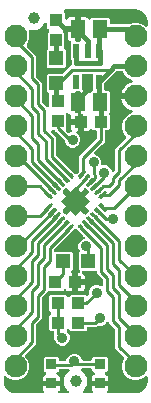
<source format=gbr>
G04 EAGLE Gerber RS-274X export*
G75*
%MOMM*%
%FSLAX34Y34*%
%LPD*%
%INTop Copper*%
%IPPOS*%
%AMOC8*
5,1,8,0,0,1.08239X$1,22.5*%
G01*
%ADD10C,1.000000*%
%ADD11C,0.140000*%
%ADD12R,1.778000X1.778000*%
%ADD13R,0.550000X1.200000*%
%ADD14R,1.240000X1.500000*%
%ADD15R,1.100000X1.000000*%
%ADD16R,0.900000X0.900000*%
%ADD17R,1.000000X1.100000*%
%ADD18C,1.930400*%
%ADD19R,1.200000X1.200000*%
%ADD20C,0.254000*%
%ADD21C,0.889000*%
%ADD22C,0.406400*%
%ADD23C,0.906400*%

G36*
X35990Y2558D02*
X35990Y2558D01*
X36128Y2571D01*
X36147Y2578D01*
X36167Y2581D01*
X36297Y2632D01*
X36428Y2679D01*
X36444Y2690D01*
X36463Y2698D01*
X36575Y2779D01*
X36691Y2857D01*
X36704Y2873D01*
X36720Y2884D01*
X36809Y2991D01*
X36901Y3096D01*
X36910Y3114D01*
X36923Y3129D01*
X36982Y3255D01*
X37046Y3379D01*
X37050Y3399D01*
X37059Y3417D01*
X37085Y3553D01*
X37115Y3689D01*
X37115Y3710D01*
X37119Y3729D01*
X37110Y3868D01*
X37106Y4007D01*
X37100Y4027D01*
X37099Y4047D01*
X37056Y4179D01*
X37017Y4313D01*
X37007Y4330D01*
X37001Y4349D01*
X36927Y4467D01*
X36856Y4587D01*
X36837Y4608D01*
X36831Y4618D01*
X36816Y4632D01*
X36749Y4708D01*
X36467Y4990D01*
X36132Y5569D01*
X35959Y6216D01*
X35959Y8801D01*
X42020Y8801D01*
X42138Y8816D01*
X42257Y8823D01*
X42295Y8835D01*
X42335Y8841D01*
X42446Y8884D01*
X42559Y8921D01*
X42593Y8943D01*
X42631Y8958D01*
X42727Y9027D01*
X42828Y9091D01*
X42856Y9121D01*
X42888Y9144D01*
X42964Y9236D01*
X42996Y9270D01*
X43001Y9262D01*
X43031Y9234D01*
X43055Y9201D01*
X43146Y9125D01*
X43233Y9044D01*
X43268Y9024D01*
X43300Y8999D01*
X43407Y8948D01*
X43512Y8890D01*
X43551Y8880D01*
X43587Y8863D01*
X43704Y8841D01*
X43820Y8811D01*
X43880Y8807D01*
X43900Y8803D01*
X43920Y8805D01*
X43980Y8801D01*
X50041Y8801D01*
X50041Y6216D01*
X49868Y5569D01*
X49533Y4990D01*
X49251Y4708D01*
X49165Y4598D01*
X49077Y4491D01*
X49068Y4472D01*
X49056Y4456D01*
X49000Y4329D01*
X48941Y4203D01*
X48937Y4183D01*
X48929Y4164D01*
X48907Y4027D01*
X48881Y3890D01*
X48883Y3870D01*
X48879Y3850D01*
X48893Y3711D01*
X48901Y3573D01*
X48907Y3554D01*
X48909Y3534D01*
X48956Y3402D01*
X48999Y3271D01*
X49010Y3254D01*
X49017Y3234D01*
X49095Y3119D01*
X49169Y3002D01*
X49184Y2988D01*
X49195Y2971D01*
X49300Y2879D01*
X49401Y2784D01*
X49419Y2774D01*
X49434Y2761D01*
X49558Y2697D01*
X49679Y2630D01*
X49699Y2625D01*
X49717Y2616D01*
X49853Y2586D01*
X49987Y2551D01*
X50015Y2549D01*
X50027Y2546D01*
X50048Y2547D01*
X50148Y2541D01*
X56358Y2541D01*
X56502Y2559D01*
X56648Y2574D01*
X56660Y2579D01*
X56674Y2581D01*
X56809Y2634D01*
X56946Y2685D01*
X56957Y2693D01*
X56969Y2698D01*
X57087Y2783D01*
X57207Y2866D01*
X57216Y2877D01*
X57227Y2884D01*
X57319Y2996D01*
X57415Y3107D01*
X57421Y3119D01*
X57429Y3129D01*
X57491Y3261D01*
X57556Y3392D01*
X57559Y3405D01*
X57565Y3417D01*
X57592Y3560D01*
X57623Y3703D01*
X57622Y3716D01*
X57625Y3729D01*
X57616Y3874D01*
X57610Y4020D01*
X57606Y4034D01*
X57605Y4047D01*
X57560Y4185D01*
X57518Y4325D01*
X57511Y4337D01*
X57507Y4349D01*
X57429Y4472D01*
X57354Y4597D01*
X57344Y4607D01*
X57337Y4618D01*
X57231Y4718D01*
X57127Y4820D01*
X57111Y4830D01*
X57105Y4836D01*
X57090Y4844D01*
X56993Y4909D01*
X56179Y5379D01*
X53499Y10020D01*
X53499Y15380D01*
X56179Y20021D01*
X57873Y20999D01*
X57989Y21087D01*
X58106Y21172D01*
X58115Y21183D01*
X58126Y21191D01*
X58216Y21305D01*
X58309Y21417D01*
X58315Y21430D01*
X58323Y21440D01*
X58383Y21574D01*
X58445Y21705D01*
X58447Y21718D01*
X58453Y21731D01*
X58477Y21875D01*
X58505Y22018D01*
X58504Y22031D01*
X58506Y22044D01*
X58494Y22190D01*
X58485Y22335D01*
X58481Y22348D01*
X58480Y22361D01*
X58432Y22499D01*
X58387Y22637D01*
X58380Y22649D01*
X58375Y22662D01*
X58295Y22783D01*
X58217Y22906D01*
X58207Y22915D01*
X58199Y22927D01*
X58091Y23024D01*
X57985Y23124D01*
X57973Y23131D01*
X57963Y23140D01*
X57834Y23207D01*
X57707Y23278D01*
X57693Y23281D01*
X57681Y23287D01*
X57539Y23321D01*
X57399Y23357D01*
X57380Y23358D01*
X57372Y23360D01*
X57355Y23360D01*
X57238Y23367D01*
X50802Y23367D01*
X50684Y23352D01*
X50565Y23345D01*
X50527Y23332D01*
X50486Y23327D01*
X50376Y23284D01*
X50263Y23247D01*
X50228Y23225D01*
X50191Y23210D01*
X50095Y23141D01*
X49994Y23077D01*
X49966Y23047D01*
X49933Y23024D01*
X49857Y22932D01*
X49776Y22845D01*
X49756Y22810D01*
X49731Y22779D01*
X49680Y22671D01*
X49622Y22567D01*
X49612Y22527D01*
X49595Y22491D01*
X49573Y22374D01*
X49543Y22259D01*
X49539Y22199D01*
X49535Y22179D01*
X49537Y22158D01*
X49533Y22098D01*
X49533Y21708D01*
X48331Y20506D01*
X48268Y20498D01*
X48117Y20481D01*
X48111Y20478D01*
X48104Y20477D01*
X47962Y20421D01*
X47820Y20367D01*
X47814Y20363D01*
X47808Y20360D01*
X47684Y20270D01*
X47561Y20183D01*
X47556Y20178D01*
X47551Y20174D01*
X47453Y20055D01*
X47355Y19940D01*
X47352Y19934D01*
X47348Y19929D01*
X47284Y19792D01*
X47217Y19654D01*
X47215Y19647D01*
X47212Y19641D01*
X47184Y19493D01*
X47154Y19342D01*
X47154Y19335D01*
X47153Y19329D01*
X47162Y19177D01*
X47170Y19024D01*
X47172Y19018D01*
X47172Y19011D01*
X47219Y18866D01*
X47265Y18721D01*
X47268Y18715D01*
X47270Y18709D01*
X47353Y18579D01*
X47432Y18450D01*
X47437Y18446D01*
X47441Y18440D01*
X47552Y18335D01*
X47661Y18230D01*
X47667Y18227D01*
X47672Y18222D01*
X47806Y18148D01*
X47938Y18073D01*
X47947Y18071D01*
X47951Y18068D01*
X47961Y18066D01*
X48091Y18022D01*
X48481Y17918D01*
X49060Y17583D01*
X49533Y17110D01*
X49868Y16531D01*
X50041Y15884D01*
X50041Y13299D01*
X43980Y13299D01*
X43862Y13284D01*
X43743Y13277D01*
X43705Y13264D01*
X43665Y13259D01*
X43554Y13216D01*
X43441Y13179D01*
X43407Y13157D01*
X43369Y13142D01*
X43273Y13073D01*
X43172Y13009D01*
X43144Y12979D01*
X43112Y12956D01*
X43036Y12864D01*
X43004Y12830D01*
X42999Y12838D01*
X42969Y12866D01*
X42945Y12899D01*
X42854Y12975D01*
X42767Y13056D01*
X42732Y13076D01*
X42700Y13101D01*
X42593Y13152D01*
X42488Y13210D01*
X42449Y13220D01*
X42413Y13237D01*
X42296Y13259D01*
X42180Y13289D01*
X42120Y13293D01*
X42100Y13297D01*
X42080Y13295D01*
X42020Y13299D01*
X35959Y13299D01*
X35959Y15884D01*
X36132Y16531D01*
X36467Y17110D01*
X36940Y17583D01*
X37519Y17918D01*
X37909Y18022D01*
X38050Y18080D01*
X38192Y18136D01*
X38197Y18140D01*
X38204Y18142D01*
X38326Y18233D01*
X38449Y18322D01*
X38454Y18328D01*
X38459Y18332D01*
X38554Y18449D01*
X38652Y18567D01*
X38655Y18574D01*
X38659Y18579D01*
X38723Y18718D01*
X38788Y18855D01*
X38789Y18862D01*
X38792Y18868D01*
X38819Y19019D01*
X38847Y19168D01*
X38847Y19174D01*
X38848Y19181D01*
X38837Y19333D01*
X38828Y19485D01*
X38825Y19491D01*
X38825Y19498D01*
X38776Y19644D01*
X38730Y19787D01*
X38726Y19793D01*
X38724Y19800D01*
X38641Y19928D01*
X38559Y20056D01*
X38554Y20061D01*
X38551Y20066D01*
X38440Y20169D01*
X38328Y20274D01*
X38322Y20277D01*
X38317Y20282D01*
X38183Y20354D01*
X38049Y20428D01*
X38043Y20429D01*
X38037Y20432D01*
X37888Y20469D01*
X37741Y20507D01*
X37732Y20508D01*
X37728Y20509D01*
X37717Y20509D01*
X37663Y20512D01*
X36467Y21708D01*
X36467Y32392D01*
X37658Y33583D01*
X48342Y33583D01*
X49533Y32392D01*
X49533Y31242D01*
X49548Y31124D01*
X49555Y31005D01*
X49568Y30967D01*
X49573Y30926D01*
X49616Y30816D01*
X49653Y30703D01*
X49675Y30668D01*
X49690Y30631D01*
X49759Y30535D01*
X49823Y30434D01*
X49853Y30406D01*
X49876Y30373D01*
X49968Y30297D01*
X50055Y30216D01*
X50090Y30196D01*
X50121Y30171D01*
X50229Y30120D01*
X50333Y30062D01*
X50373Y30052D01*
X50409Y30035D01*
X50526Y30013D01*
X50641Y29983D01*
X50701Y29979D01*
X50721Y29975D01*
X50742Y29977D01*
X50802Y29973D01*
X54435Y29973D01*
X54464Y29976D01*
X54494Y29974D01*
X54622Y29996D01*
X54750Y30013D01*
X54778Y30023D01*
X54807Y30028D01*
X54925Y30082D01*
X55046Y30130D01*
X55070Y30147D01*
X55097Y30159D01*
X55198Y30240D01*
X55303Y30316D01*
X55322Y30339D01*
X55345Y30358D01*
X55423Y30461D01*
X55506Y30561D01*
X55519Y30588D01*
X55537Y30612D01*
X55607Y30756D01*
X56665Y33309D01*
X58511Y35155D01*
X60924Y36155D01*
X63536Y36155D01*
X65949Y35155D01*
X67795Y33309D01*
X68695Y31136D01*
X68710Y31111D01*
X68719Y31083D01*
X68788Y30973D01*
X68853Y30860D01*
X68873Y30839D01*
X68889Y30814D01*
X68983Y30725D01*
X69074Y30632D01*
X69099Y30616D01*
X69121Y30596D01*
X69234Y30533D01*
X69345Y30465D01*
X69373Y30457D01*
X69399Y30442D01*
X69525Y30410D01*
X69649Y30372D01*
X69678Y30370D01*
X69707Y30363D01*
X69868Y30353D01*
X76198Y30353D01*
X76316Y30368D01*
X76435Y30375D01*
X76473Y30388D01*
X76514Y30393D01*
X76624Y30436D01*
X76737Y30473D01*
X76772Y30495D01*
X76809Y30510D01*
X76905Y30579D01*
X77006Y30643D01*
X77034Y30673D01*
X77067Y30696D01*
X77143Y30788D01*
X77224Y30875D01*
X77244Y30910D01*
X77269Y30941D01*
X77320Y31049D01*
X77378Y31153D01*
X77388Y31193D01*
X77405Y31229D01*
X77427Y31346D01*
X77457Y31461D01*
X77461Y31521D01*
X77465Y31541D01*
X77463Y31562D01*
X77467Y31622D01*
X77467Y32392D01*
X78658Y33583D01*
X89342Y33583D01*
X90533Y32392D01*
X90533Y21708D01*
X89331Y20506D01*
X89268Y20498D01*
X89117Y20481D01*
X89111Y20478D01*
X89104Y20477D01*
X88962Y20421D01*
X88820Y20367D01*
X88814Y20363D01*
X88808Y20360D01*
X88684Y20270D01*
X88561Y20183D01*
X88556Y20177D01*
X88551Y20174D01*
X88454Y20056D01*
X88355Y19940D01*
X88352Y19934D01*
X88348Y19929D01*
X88283Y19791D01*
X88217Y19654D01*
X88215Y19647D01*
X88212Y19641D01*
X88184Y19493D01*
X88154Y19342D01*
X88154Y19335D01*
X88153Y19329D01*
X88162Y19178D01*
X88170Y19024D01*
X88172Y19018D01*
X88172Y19011D01*
X88219Y18867D01*
X88265Y18721D01*
X88268Y18715D01*
X88270Y18709D01*
X88353Y18579D01*
X88432Y18450D01*
X88437Y18446D01*
X88441Y18440D01*
X88552Y18335D01*
X88661Y18230D01*
X88667Y18227D01*
X88672Y18222D01*
X88806Y18148D01*
X88938Y18073D01*
X88947Y18071D01*
X88951Y18068D01*
X88961Y18066D01*
X89091Y18022D01*
X89481Y17918D01*
X90060Y17583D01*
X90533Y17110D01*
X90868Y16531D01*
X91041Y15884D01*
X91041Y13299D01*
X84980Y13299D01*
X84862Y13284D01*
X84743Y13277D01*
X84705Y13264D01*
X84665Y13259D01*
X84554Y13216D01*
X84441Y13179D01*
X84407Y13157D01*
X84369Y13142D01*
X84273Y13073D01*
X84172Y13009D01*
X84144Y12979D01*
X84112Y12956D01*
X84036Y12864D01*
X84004Y12830D01*
X83999Y12838D01*
X83969Y12866D01*
X83945Y12899D01*
X83854Y12975D01*
X83767Y13056D01*
X83732Y13076D01*
X83700Y13101D01*
X83593Y13152D01*
X83488Y13210D01*
X83449Y13220D01*
X83413Y13237D01*
X83296Y13259D01*
X83180Y13289D01*
X83120Y13293D01*
X83100Y13297D01*
X83080Y13295D01*
X83020Y13299D01*
X76959Y13299D01*
X76959Y15884D01*
X77132Y16531D01*
X77467Y17110D01*
X77940Y17583D01*
X78519Y17918D01*
X78909Y18022D01*
X79051Y18080D01*
X79192Y18136D01*
X79197Y18140D01*
X79204Y18142D01*
X79325Y18232D01*
X79449Y18322D01*
X79454Y18328D01*
X79459Y18332D01*
X79553Y18448D01*
X79652Y18567D01*
X79655Y18574D01*
X79659Y18579D01*
X79723Y18718D01*
X79788Y18855D01*
X79789Y18862D01*
X79792Y18868D01*
X79819Y19019D01*
X79847Y19168D01*
X79847Y19174D01*
X79848Y19181D01*
X79837Y19333D01*
X79828Y19485D01*
X79826Y19491D01*
X79825Y19498D01*
X79776Y19643D01*
X79730Y19787D01*
X79726Y19793D01*
X79724Y19800D01*
X79641Y19928D01*
X79559Y20056D01*
X79555Y20061D01*
X79551Y20066D01*
X79439Y20170D01*
X79328Y20274D01*
X79322Y20277D01*
X79317Y20282D01*
X79183Y20354D01*
X79049Y20428D01*
X79043Y20429D01*
X79037Y20432D01*
X78889Y20469D01*
X78741Y20507D01*
X78732Y20508D01*
X78728Y20509D01*
X78717Y20509D01*
X78663Y20512D01*
X77467Y21708D01*
X77467Y22478D01*
X77452Y22596D01*
X77445Y22715D01*
X77432Y22753D01*
X77427Y22794D01*
X77384Y22904D01*
X77347Y23017D01*
X77325Y23052D01*
X77310Y23089D01*
X77241Y23185D01*
X77177Y23286D01*
X77147Y23314D01*
X77124Y23347D01*
X77032Y23423D01*
X76945Y23504D01*
X76910Y23524D01*
X76879Y23549D01*
X76771Y23600D01*
X76667Y23658D01*
X76627Y23668D01*
X76591Y23685D01*
X76474Y23707D01*
X76359Y23737D01*
X76299Y23741D01*
X76279Y23745D01*
X76258Y23743D01*
X76198Y23747D01*
X69104Y23747D01*
X68960Y23729D01*
X68814Y23714D01*
X68802Y23709D01*
X68788Y23707D01*
X68653Y23654D01*
X68516Y23603D01*
X68505Y23595D01*
X68493Y23590D01*
X68375Y23505D01*
X68255Y23422D01*
X68246Y23412D01*
X68235Y23404D01*
X68142Y23291D01*
X68047Y23181D01*
X68041Y23169D01*
X68033Y23159D01*
X67971Y23027D01*
X67906Y22896D01*
X67903Y22883D01*
X67897Y22871D01*
X67870Y22729D01*
X67839Y22585D01*
X67840Y22572D01*
X67837Y22559D01*
X67846Y22414D01*
X67852Y22268D01*
X67856Y22255D01*
X67857Y22241D01*
X67902Y22103D01*
X67944Y21963D01*
X67951Y21951D01*
X67955Y21939D01*
X68033Y21815D01*
X68108Y21691D01*
X68118Y21681D01*
X68125Y21670D01*
X68232Y21569D01*
X68335Y21468D01*
X68351Y21458D01*
X68357Y21452D01*
X68372Y21444D01*
X68469Y21379D01*
X70821Y20021D01*
X73501Y15380D01*
X73501Y10020D01*
X70821Y5379D01*
X70007Y4909D01*
X69891Y4821D01*
X69773Y4736D01*
X69765Y4725D01*
X69754Y4717D01*
X69664Y4603D01*
X69571Y4491D01*
X69565Y4478D01*
X69556Y4468D01*
X69497Y4334D01*
X69435Y4203D01*
X69433Y4190D01*
X69427Y4177D01*
X69402Y4033D01*
X69375Y3890D01*
X69376Y3877D01*
X69374Y3864D01*
X69386Y3718D01*
X69395Y3573D01*
X69399Y3560D01*
X69400Y3547D01*
X69448Y3409D01*
X69493Y3271D01*
X69500Y3259D01*
X69505Y3246D01*
X69585Y3125D01*
X69663Y3002D01*
X69673Y2993D01*
X69681Y2981D01*
X69789Y2884D01*
X69895Y2784D01*
X69907Y2777D01*
X69917Y2768D01*
X70046Y2701D01*
X70173Y2630D01*
X70186Y2627D01*
X70198Y2621D01*
X70341Y2587D01*
X70481Y2551D01*
X70500Y2550D01*
X70508Y2548D01*
X70525Y2548D01*
X70642Y2541D01*
X76852Y2541D01*
X76990Y2558D01*
X77128Y2571D01*
X77147Y2578D01*
X77167Y2581D01*
X77297Y2632D01*
X77428Y2679D01*
X77444Y2690D01*
X77463Y2698D01*
X77575Y2779D01*
X77691Y2857D01*
X77704Y2873D01*
X77720Y2884D01*
X77809Y2991D01*
X77901Y3096D01*
X77910Y3114D01*
X77923Y3129D01*
X77982Y3255D01*
X78046Y3379D01*
X78050Y3399D01*
X78059Y3417D01*
X78085Y3553D01*
X78115Y3689D01*
X78115Y3710D01*
X78119Y3729D01*
X78110Y3868D01*
X78106Y4007D01*
X78100Y4027D01*
X78099Y4047D01*
X78056Y4179D01*
X78017Y4313D01*
X78007Y4330D01*
X78001Y4349D01*
X77927Y4467D01*
X77856Y4587D01*
X77837Y4608D01*
X77831Y4618D01*
X77816Y4632D01*
X77749Y4708D01*
X77467Y4990D01*
X77132Y5569D01*
X76959Y6216D01*
X76959Y8801D01*
X83020Y8801D01*
X83138Y8816D01*
X83257Y8823D01*
X83295Y8835D01*
X83335Y8841D01*
X83446Y8884D01*
X83559Y8921D01*
X83593Y8943D01*
X83631Y8958D01*
X83727Y9027D01*
X83828Y9091D01*
X83856Y9121D01*
X83888Y9144D01*
X83964Y9236D01*
X83996Y9270D01*
X84001Y9262D01*
X84031Y9234D01*
X84055Y9201D01*
X84146Y9125D01*
X84233Y9044D01*
X84268Y9024D01*
X84300Y8999D01*
X84407Y8948D01*
X84512Y8890D01*
X84551Y8880D01*
X84587Y8863D01*
X84704Y8841D01*
X84820Y8811D01*
X84880Y8807D01*
X84900Y8803D01*
X84920Y8805D01*
X84980Y8801D01*
X91041Y8801D01*
X91041Y6216D01*
X90868Y5569D01*
X90533Y4990D01*
X90251Y4708D01*
X90165Y4598D01*
X90077Y4491D01*
X90068Y4472D01*
X90056Y4456D01*
X90000Y4329D01*
X89941Y4203D01*
X89937Y4183D01*
X89929Y4164D01*
X89907Y4027D01*
X89881Y3890D01*
X89883Y3870D01*
X89879Y3850D01*
X89893Y3711D01*
X89901Y3573D01*
X89907Y3554D01*
X89909Y3534D01*
X89956Y3402D01*
X89999Y3271D01*
X90010Y3254D01*
X90017Y3234D01*
X90095Y3119D01*
X90169Y3002D01*
X90184Y2988D01*
X90195Y2971D01*
X90300Y2879D01*
X90401Y2784D01*
X90419Y2774D01*
X90434Y2761D01*
X90558Y2697D01*
X90679Y2630D01*
X90699Y2625D01*
X90717Y2616D01*
X90853Y2586D01*
X90987Y2551D01*
X91015Y2549D01*
X91027Y2546D01*
X91048Y2547D01*
X91148Y2541D01*
X114300Y2541D01*
X114320Y2543D01*
X114424Y2547D01*
X116159Y2718D01*
X116262Y2741D01*
X116368Y2756D01*
X116448Y2783D01*
X116469Y2788D01*
X116483Y2795D01*
X116520Y2808D01*
X119725Y4136D01*
X119733Y4140D01*
X119742Y4143D01*
X119872Y4219D01*
X120001Y4293D01*
X120008Y4300D01*
X120016Y4304D01*
X120137Y4411D01*
X122589Y6863D01*
X122595Y6871D01*
X122602Y6877D01*
X122692Y6996D01*
X122784Y7115D01*
X122788Y7123D01*
X122793Y7131D01*
X122864Y7275D01*
X124192Y10480D01*
X124220Y10582D01*
X124256Y10682D01*
X124270Y10766D01*
X124276Y10787D01*
X124276Y10803D01*
X124282Y10841D01*
X124453Y12576D01*
X124453Y12595D01*
X124453Y12596D01*
X124456Y12614D01*
X124455Y12633D01*
X124459Y12700D01*
X124459Y15970D01*
X124442Y16108D01*
X124429Y16247D01*
X124422Y16266D01*
X124419Y16286D01*
X124368Y16415D01*
X124321Y16546D01*
X124310Y16563D01*
X124302Y16582D01*
X124221Y16694D01*
X124143Y16809D01*
X124127Y16822D01*
X124116Y16839D01*
X124008Y16928D01*
X123904Y17020D01*
X123886Y17029D01*
X123871Y17042D01*
X123745Y17101D01*
X123621Y17164D01*
X123601Y17169D01*
X123583Y17177D01*
X123446Y17203D01*
X123311Y17234D01*
X123290Y17233D01*
X123271Y17237D01*
X123132Y17228D01*
X122993Y17224D01*
X122973Y17219D01*
X122953Y17217D01*
X122821Y17175D01*
X122687Y17136D01*
X122670Y17125D01*
X122651Y17119D01*
X122533Y17045D01*
X122413Y16974D01*
X122392Y16956D01*
X122382Y16949D01*
X122368Y16934D01*
X122293Y16868D01*
X120919Y15494D01*
X116624Y13715D01*
X111976Y13715D01*
X107681Y15494D01*
X104394Y18781D01*
X102615Y23076D01*
X102615Y27724D01*
X104408Y32053D01*
X104416Y32081D01*
X104429Y32108D01*
X104458Y32234D01*
X104492Y32360D01*
X104493Y32389D01*
X104499Y32418D01*
X104495Y32548D01*
X104497Y32678D01*
X104490Y32706D01*
X104489Y32736D01*
X104453Y32860D01*
X104423Y32987D01*
X104409Y33013D01*
X104401Y33041D01*
X104335Y33153D01*
X104274Y33268D01*
X104254Y33290D01*
X104240Y33315D01*
X104133Y33436D01*
X97027Y40542D01*
X97027Y56526D01*
X97015Y56624D01*
X97012Y56723D01*
X96995Y56782D01*
X96987Y56842D01*
X96951Y56934D01*
X96923Y57029D01*
X96893Y57081D01*
X96870Y57137D01*
X96812Y57217D01*
X96762Y57303D01*
X96696Y57378D01*
X96684Y57395D01*
X96674Y57403D01*
X96656Y57424D01*
X91946Y62133D01*
X91939Y62195D01*
X91940Y62265D01*
X91919Y62352D01*
X91907Y62441D01*
X91882Y62506D01*
X91865Y62574D01*
X91823Y62653D01*
X91790Y62737D01*
X91749Y62793D01*
X91717Y62855D01*
X91656Y62922D01*
X91604Y62994D01*
X91550Y63039D01*
X91503Y63090D01*
X91428Y63140D01*
X91359Y63197D01*
X91295Y63227D01*
X91237Y63265D01*
X91152Y63294D01*
X91071Y63332D01*
X91002Y63346D01*
X90936Y63368D01*
X90847Y63375D01*
X90759Y63392D01*
X90689Y63388D01*
X90619Y63393D01*
X90531Y63378D01*
X90441Y63373D01*
X90375Y63351D01*
X90306Y63339D01*
X90224Y63302D01*
X90139Y63274D01*
X90080Y63237D01*
X90016Y63208D01*
X89946Y63152D01*
X89870Y63104D01*
X89822Y63053D01*
X89768Y63010D01*
X89713Y62938D01*
X89652Y62873D01*
X89618Y62812D01*
X89576Y62756D01*
X89505Y62611D01*
X89385Y62321D01*
X87539Y60475D01*
X85126Y59475D01*
X82452Y59475D01*
X82354Y59463D01*
X82255Y59460D01*
X82196Y59443D01*
X82136Y59435D01*
X82044Y59399D01*
X81949Y59371D01*
X81897Y59341D01*
X81841Y59318D01*
X81761Y59260D01*
X81675Y59210D01*
X81600Y59144D01*
X81583Y59132D01*
X81575Y59122D01*
X81554Y59104D01*
X81378Y58927D01*
X74452Y58927D01*
X74334Y58912D01*
X74215Y58905D01*
X74177Y58892D01*
X74136Y58887D01*
X74026Y58844D01*
X73913Y58807D01*
X73878Y58785D01*
X73841Y58770D01*
X73745Y58701D01*
X73644Y58637D01*
X73616Y58607D01*
X73583Y58584D01*
X73507Y58492D01*
X73426Y58405D01*
X73406Y58370D01*
X73381Y58339D01*
X73330Y58231D01*
X73272Y58127D01*
X73262Y58087D01*
X73245Y58051D01*
X73223Y57934D01*
X73193Y57819D01*
X73189Y57759D01*
X73185Y57739D01*
X73187Y57718D01*
X73183Y57658D01*
X73183Y56388D01*
X71992Y55197D01*
X59308Y55197D01*
X58047Y56458D01*
X57953Y56531D01*
X57864Y56610D01*
X57828Y56628D01*
X57796Y56653D01*
X57687Y56700D01*
X57581Y56754D01*
X57542Y56763D01*
X57504Y56779D01*
X57387Y56798D01*
X57271Y56824D01*
X57230Y56823D01*
X57190Y56829D01*
X57072Y56818D01*
X56953Y56814D01*
X56914Y56803D01*
X56874Y56799D01*
X56761Y56759D01*
X56647Y56726D01*
X56612Y56705D01*
X56574Y56692D01*
X56476Y56625D01*
X56373Y56564D01*
X56328Y56524D01*
X56311Y56513D01*
X56300Y56500D01*
X56296Y56497D01*
X56290Y56490D01*
X56252Y56458D01*
X56237Y56442D01*
X56164Y56348D01*
X56085Y56259D01*
X56067Y56223D01*
X56042Y56191D01*
X55994Y56081D01*
X55940Y55976D01*
X55932Y55936D01*
X55916Y55899D01*
X55897Y55781D01*
X55871Y55665D01*
X55872Y55625D01*
X55866Y55585D01*
X55877Y55466D01*
X55880Y55347D01*
X55892Y55309D01*
X55895Y55268D01*
X55936Y55156D01*
X55969Y55042D01*
X55989Y55007D01*
X56003Y54969D01*
X56070Y54870D01*
X56130Y54768D01*
X56170Y54723D01*
X56182Y54706D01*
X56197Y54692D01*
X56237Y54647D01*
X57635Y53249D01*
X58635Y50836D01*
X58635Y48224D01*
X57635Y45811D01*
X55789Y43965D01*
X53376Y42965D01*
X50764Y42965D01*
X48351Y43965D01*
X46505Y45811D01*
X45505Y48224D01*
X45505Y50898D01*
X45493Y50996D01*
X45490Y51095D01*
X45473Y51154D01*
X45465Y51214D01*
X45429Y51306D01*
X45401Y51401D01*
X45371Y51453D01*
X45348Y51509D01*
X45347Y51511D01*
X45347Y53928D01*
X45332Y54046D01*
X45325Y54165D01*
X45312Y54203D01*
X45307Y54244D01*
X45264Y54354D01*
X45227Y54467D01*
X45205Y54502D01*
X45190Y54539D01*
X45121Y54635D01*
X45057Y54736D01*
X45027Y54764D01*
X45004Y54797D01*
X44912Y54873D01*
X44825Y54954D01*
X44790Y54974D01*
X44759Y54999D01*
X44651Y55050D01*
X44547Y55108D01*
X44507Y55118D01*
X44471Y55135D01*
X44354Y55157D01*
X44239Y55187D01*
X44179Y55191D01*
X44159Y55195D01*
X44138Y55193D01*
X44078Y55197D01*
X42308Y55197D01*
X41117Y56388D01*
X41117Y68072D01*
X42633Y69587D01*
X42706Y69682D01*
X42785Y69771D01*
X42803Y69807D01*
X42828Y69839D01*
X42875Y69948D01*
X42929Y70054D01*
X42938Y70093D01*
X42954Y70131D01*
X42973Y70248D01*
X42999Y70364D01*
X42998Y70405D01*
X43004Y70445D01*
X42993Y70563D01*
X42989Y70682D01*
X42978Y70721D01*
X42974Y70761D01*
X42934Y70874D01*
X42901Y70988D01*
X42880Y71022D01*
X42867Y71061D01*
X42800Y71159D01*
X42739Y71262D01*
X42699Y71307D01*
X42688Y71324D01*
X42673Y71337D01*
X42633Y71382D01*
X41117Y72898D01*
X41117Y84582D01*
X42308Y85773D01*
X54992Y85773D01*
X56252Y84512D01*
X56347Y84439D01*
X56436Y84360D01*
X56472Y84342D01*
X56504Y84317D01*
X56613Y84270D01*
X56719Y84216D01*
X56758Y84207D01*
X56796Y84191D01*
X56913Y84172D01*
X57029Y84146D01*
X57070Y84147D01*
X57110Y84141D01*
X57228Y84152D01*
X57347Y84156D01*
X57386Y84167D01*
X57426Y84171D01*
X57539Y84211D01*
X57653Y84244D01*
X57687Y84265D01*
X57726Y84278D01*
X57824Y84345D01*
X57927Y84406D01*
X57972Y84446D01*
X57989Y84457D01*
X58002Y84472D01*
X58047Y84512D01*
X59308Y85773D01*
X71992Y85773D01*
X72474Y85290D01*
X72568Y85217D01*
X72658Y85138D01*
X72694Y85120D01*
X72726Y85095D01*
X72835Y85048D01*
X72941Y84994D01*
X72980Y84985D01*
X73018Y84969D01*
X73135Y84950D01*
X73251Y84924D01*
X73292Y84925D01*
X73332Y84919D01*
X73450Y84930D01*
X73569Y84934D01*
X73608Y84945D01*
X73648Y84949D01*
X73760Y84989D01*
X73875Y85022D01*
X73910Y85043D01*
X73948Y85057D01*
X74046Y85123D01*
X74149Y85184D01*
X74194Y85224D01*
X74211Y85235D01*
X74224Y85250D01*
X74269Y85290D01*
X74344Y85364D01*
X74404Y85443D01*
X74472Y85515D01*
X74501Y85568D01*
X74538Y85616D01*
X74578Y85707D01*
X74626Y85793D01*
X74641Y85852D01*
X74665Y85907D01*
X74680Y86005D01*
X74705Y86101D01*
X74711Y86201D01*
X74715Y86222D01*
X74713Y86234D01*
X74715Y86262D01*
X74715Y88936D01*
X75715Y91349D01*
X77561Y93195D01*
X79974Y94195D01*
X82586Y94195D01*
X85112Y93148D01*
X85160Y93135D01*
X85205Y93114D01*
X85313Y93093D01*
X85419Y93064D01*
X85469Y93064D01*
X85518Y93054D01*
X85627Y93061D01*
X85737Y93059D01*
X85785Y93071D01*
X85835Y93074D01*
X85939Y93108D01*
X86046Y93133D01*
X86090Y93157D01*
X86137Y93172D01*
X86230Y93231D01*
X86327Y93282D01*
X86364Y93315D01*
X86406Y93342D01*
X86481Y93422D01*
X86563Y93496D01*
X86590Y93538D01*
X86624Y93574D01*
X86677Y93670D01*
X86737Y93762D01*
X86754Y93809D01*
X86778Y93852D01*
X86805Y93959D01*
X86841Y94063D01*
X86845Y94112D01*
X86857Y94160D01*
X86867Y94321D01*
X86867Y98436D01*
X86855Y98534D01*
X86852Y98633D01*
X86835Y98692D01*
X86827Y98752D01*
X86791Y98844D01*
X86763Y98939D01*
X86733Y98991D01*
X86710Y99047D01*
X86652Y99127D01*
X86602Y99213D01*
X86536Y99288D01*
X86524Y99305D01*
X86514Y99313D01*
X86496Y99334D01*
X84094Y101736D01*
X81787Y104042D01*
X81787Y104998D01*
X81772Y105116D01*
X81765Y105235D01*
X81752Y105273D01*
X81747Y105314D01*
X81704Y105424D01*
X81667Y105537D01*
X81645Y105572D01*
X81630Y105609D01*
X81561Y105705D01*
X81497Y105806D01*
X81467Y105834D01*
X81444Y105867D01*
X81352Y105943D01*
X81265Y106024D01*
X81230Y106044D01*
X81199Y106069D01*
X81091Y106120D01*
X80987Y106178D01*
X80947Y106188D01*
X80911Y106205D01*
X80794Y106227D01*
X80679Y106257D01*
X80619Y106261D01*
X80599Y106265D01*
X80578Y106263D01*
X80518Y106267D01*
X70206Y106267D01*
X70062Y106249D01*
X69916Y106234D01*
X69904Y106229D01*
X69890Y106227D01*
X69755Y106174D01*
X69618Y106123D01*
X69607Y106115D01*
X69595Y106110D01*
X69476Y106025D01*
X69357Y105942D01*
X69348Y105932D01*
X69337Y105924D01*
X69244Y105811D01*
X69149Y105701D01*
X69143Y105689D01*
X69134Y105679D01*
X69072Y105546D01*
X69007Y105416D01*
X69005Y105403D01*
X68999Y105391D01*
X68972Y105248D01*
X68941Y105105D01*
X68942Y105092D01*
X68939Y105079D01*
X68948Y104933D01*
X68954Y104787D01*
X68958Y104775D01*
X68959Y104761D01*
X69004Y104622D01*
X69046Y104483D01*
X69053Y104471D01*
X69057Y104459D01*
X69135Y104335D01*
X69210Y104211D01*
X69220Y104201D01*
X69227Y104190D01*
X69334Y104090D01*
X69437Y103988D01*
X69452Y103978D01*
X69459Y103972D01*
X69474Y103964D01*
X69571Y103899D01*
X70170Y103553D01*
X70643Y103080D01*
X70978Y102501D01*
X71151Y101854D01*
X71151Y99019D01*
X65609Y99019D01*
X65609Y104061D01*
X66300Y104061D01*
X66438Y104078D01*
X66577Y104091D01*
X66596Y104098D01*
X66616Y104101D01*
X66745Y104152D01*
X66876Y104199D01*
X66893Y104210D01*
X66912Y104218D01*
X67024Y104299D01*
X67139Y104377D01*
X67152Y104393D01*
X67169Y104404D01*
X67258Y104512D01*
X67350Y104616D01*
X67359Y104634D01*
X67372Y104649D01*
X67431Y104775D01*
X67494Y104899D01*
X67499Y104919D01*
X67507Y104937D01*
X67533Y105074D01*
X67564Y105209D01*
X67563Y105230D01*
X67567Y105249D01*
X67558Y105388D01*
X67554Y105527D01*
X67549Y105547D01*
X67547Y105567D01*
X67505Y105699D01*
X67466Y105833D01*
X67455Y105850D01*
X67449Y105869D01*
X67375Y105987D01*
X67304Y106107D01*
X67286Y106128D01*
X67279Y106138D01*
X67264Y106152D01*
X67259Y106158D01*
X67258Y106159D01*
X67198Y106227D01*
X65967Y107458D01*
X65967Y121142D01*
X66667Y121842D01*
X66685Y121865D01*
X66708Y121884D01*
X66783Y121991D01*
X66862Y122093D01*
X66874Y122120D01*
X66891Y122144D01*
X66937Y122266D01*
X66988Y122385D01*
X66993Y122414D01*
X67003Y122442D01*
X67018Y122571D01*
X67038Y122699D01*
X67035Y122728D01*
X67039Y122758D01*
X67021Y122886D01*
X67008Y123016D01*
X66998Y123043D01*
X66994Y123073D01*
X66942Y123225D01*
X65912Y125711D01*
X65912Y128289D01*
X66898Y130669D01*
X68721Y132492D01*
X70529Y133241D01*
X70572Y133265D01*
X70619Y133282D01*
X70710Y133344D01*
X70805Y133398D01*
X70841Y133433D01*
X70882Y133461D01*
X70955Y133543D01*
X71034Y133619D01*
X71060Y133662D01*
X71093Y133699D01*
X71142Y133797D01*
X71200Y133891D01*
X71215Y133938D01*
X71237Y133982D01*
X71261Y134089D01*
X71294Y134194D01*
X71296Y134244D01*
X71307Y134293D01*
X71303Y134403D01*
X71309Y134512D01*
X71299Y134561D01*
X71297Y134610D01*
X71267Y134716D01*
X71244Y134824D01*
X71223Y134868D01*
X71209Y134916D01*
X71153Y135011D01*
X71105Y135109D01*
X71072Y135147D01*
X71047Y135190D01*
X70941Y135311D01*
X70065Y136186D01*
X69987Y136247D01*
X69915Y136315D01*
X69862Y136344D01*
X69814Y136381D01*
X69723Y136420D01*
X69637Y136468D01*
X69587Y136481D01*
X64397Y141670D01*
X64303Y141743D01*
X64214Y141822D01*
X64178Y141840D01*
X64146Y141865D01*
X64037Y141913D01*
X63931Y141967D01*
X63892Y141975D01*
X63854Y141992D01*
X63737Y142010D01*
X63621Y142036D01*
X63580Y142035D01*
X63540Y142041D01*
X63422Y142030D01*
X63303Y142027D01*
X63264Y142015D01*
X63224Y142012D01*
X63111Y141971D01*
X62997Y141938D01*
X62962Y141918D01*
X62924Y141904D01*
X62826Y141837D01*
X62723Y141777D01*
X62678Y141737D01*
X62661Y141725D01*
X62648Y141710D01*
X62602Y141670D01*
X57410Y136477D01*
X57329Y136454D01*
X57277Y136423D01*
X57221Y136401D01*
X57141Y136343D01*
X57055Y136293D01*
X56980Y136226D01*
X56964Y136214D01*
X56956Y136205D01*
X56935Y136186D01*
X45584Y124836D01*
X45524Y124758D01*
X45456Y124686D01*
X45427Y124633D01*
X45390Y124585D01*
X45350Y124494D01*
X45302Y124407D01*
X45287Y124349D01*
X45263Y124293D01*
X45248Y124195D01*
X45223Y124099D01*
X45217Y123999D01*
X45213Y123979D01*
X45215Y123967D01*
X45213Y123939D01*
X45213Y123602D01*
X45228Y123484D01*
X45235Y123365D01*
X45248Y123327D01*
X45253Y123286D01*
X45296Y123176D01*
X45333Y123063D01*
X45355Y123028D01*
X45370Y122991D01*
X45439Y122895D01*
X45503Y122794D01*
X45533Y122766D01*
X45556Y122733D01*
X45648Y122657D01*
X45735Y122576D01*
X45770Y122556D01*
X45801Y122531D01*
X45909Y122480D01*
X46013Y122422D01*
X46053Y122412D01*
X46089Y122395D01*
X46206Y122373D01*
X46321Y122343D01*
X46381Y122339D01*
X46401Y122335D01*
X46422Y122337D01*
X46482Y122333D01*
X59842Y122333D01*
X61033Y121142D01*
X61033Y107458D01*
X59802Y106227D01*
X59717Y106118D01*
X59628Y106011D01*
X59620Y105992D01*
X59607Y105976D01*
X59552Y105848D01*
X59493Y105723D01*
X59489Y105703D01*
X59481Y105684D01*
X59459Y105546D01*
X59433Y105410D01*
X59434Y105390D01*
X59431Y105370D01*
X59444Y105231D01*
X59453Y105093D01*
X59459Y105074D01*
X59461Y105054D01*
X59508Y104922D01*
X59551Y104791D01*
X59562Y104773D01*
X59568Y104754D01*
X59647Y104639D01*
X59721Y104522D01*
X59736Y104508D01*
X59747Y104491D01*
X59851Y104399D01*
X59953Y104304D01*
X59970Y104294D01*
X59985Y104281D01*
X60110Y104217D01*
X60231Y104150D01*
X60251Y104145D01*
X60269Y104136D01*
X60405Y104106D01*
X60539Y104071D01*
X60567Y104069D01*
X60579Y104066D01*
X60599Y104067D01*
X60611Y104066D01*
X60611Y97750D01*
X60626Y97632D01*
X60633Y97513D01*
X60645Y97475D01*
X60651Y97435D01*
X60694Y97324D01*
X60731Y97211D01*
X60753Y97177D01*
X60768Y97139D01*
X60837Y97043D01*
X60901Y96942D01*
X60931Y96914D01*
X60954Y96882D01*
X61046Y96806D01*
X61133Y96724D01*
X61168Y96705D01*
X61199Y96679D01*
X61307Y96628D01*
X61411Y96571D01*
X61451Y96561D01*
X61487Y96543D01*
X61594Y96523D01*
X61564Y96519D01*
X61454Y96475D01*
X61341Y96439D01*
X61306Y96417D01*
X61269Y96402D01*
X61172Y96332D01*
X61072Y96269D01*
X61044Y96239D01*
X61011Y96215D01*
X60935Y96124D01*
X60854Y96037D01*
X60834Y96002D01*
X60809Y95970D01*
X60758Y95863D01*
X60700Y95758D01*
X60690Y95719D01*
X60673Y95683D01*
X60651Y95566D01*
X60621Y95450D01*
X60617Y95390D01*
X60613Y95370D01*
X60615Y95350D01*
X60611Y95290D01*
X60611Y88979D01*
X57276Y88979D01*
X56629Y89152D01*
X56050Y89487D01*
X55577Y89960D01*
X55433Y90209D01*
X55357Y90309D01*
X55287Y90413D01*
X55261Y90435D01*
X55241Y90462D01*
X55142Y90540D01*
X55048Y90624D01*
X55018Y90639D01*
X54992Y90660D01*
X54877Y90711D01*
X54765Y90768D01*
X54732Y90776D01*
X54701Y90789D01*
X54577Y90810D01*
X54455Y90838D01*
X54421Y90837D01*
X54388Y90842D01*
X54262Y90832D01*
X54137Y90828D01*
X54104Y90819D01*
X54071Y90816D01*
X53952Y90775D01*
X53831Y90740D01*
X53802Y90723D01*
X53770Y90712D01*
X53666Y90642D01*
X53557Y90578D01*
X53521Y90546D01*
X53505Y90536D01*
X53491Y90520D01*
X53436Y90472D01*
X52452Y89487D01*
X41344Y89487D01*
X41246Y89475D01*
X41147Y89472D01*
X41088Y89455D01*
X41028Y89447D01*
X40936Y89411D01*
X40841Y89383D01*
X40789Y89353D01*
X40733Y89330D01*
X40653Y89272D01*
X40567Y89222D01*
X40492Y89156D01*
X40475Y89144D01*
X40467Y89134D01*
X40446Y89116D01*
X35424Y84094D01*
X35364Y84015D01*
X35296Y83943D01*
X35267Y83890D01*
X35230Y83842D01*
X35190Y83751D01*
X35142Y83665D01*
X35127Y83606D01*
X35103Y83551D01*
X35088Y83453D01*
X35063Y83357D01*
X35057Y83257D01*
X35053Y83236D01*
X35055Y83224D01*
X35053Y83196D01*
X35053Y65942D01*
X30344Y61234D01*
X30284Y61155D01*
X30216Y61083D01*
X30187Y61030D01*
X30150Y60982D01*
X30110Y60891D01*
X30062Y60805D01*
X30047Y60746D01*
X30023Y60691D01*
X30008Y60593D01*
X29983Y60497D01*
X29977Y60397D01*
X29973Y60376D01*
X29975Y60364D01*
X29973Y60336D01*
X29973Y44352D01*
X21020Y35399D01*
X20947Y35305D01*
X20868Y35216D01*
X20850Y35180D01*
X20825Y35148D01*
X20778Y35039D01*
X20724Y34933D01*
X20715Y34894D01*
X20699Y34856D01*
X20680Y34738D01*
X20654Y34623D01*
X20655Y34582D01*
X20649Y34542D01*
X20660Y34424D01*
X20664Y34305D01*
X20675Y34266D01*
X20679Y34226D01*
X20719Y34113D01*
X20752Y33999D01*
X20773Y33964D01*
X20787Y33926D01*
X20854Y33828D01*
X20914Y33725D01*
X20954Y33680D01*
X20965Y33663D01*
X20980Y33650D01*
X21020Y33604D01*
X22606Y32019D01*
X24385Y27724D01*
X24385Y23076D01*
X22606Y18781D01*
X19319Y15494D01*
X15024Y13715D01*
X10376Y13715D01*
X6081Y15494D01*
X4707Y16868D01*
X4598Y16953D01*
X4491Y17042D01*
X4472Y17050D01*
X4456Y17063D01*
X4328Y17118D01*
X4203Y17177D01*
X4183Y17181D01*
X4164Y17189D01*
X4026Y17211D01*
X3890Y17237D01*
X3870Y17236D01*
X3850Y17239D01*
X3711Y17226D01*
X3573Y17217D01*
X3554Y17211D01*
X3534Y17209D01*
X3402Y17162D01*
X3271Y17119D01*
X3253Y17108D01*
X3234Y17102D01*
X3119Y17023D01*
X3002Y16949D01*
X2988Y16934D01*
X2971Y16923D01*
X2879Y16819D01*
X2784Y16717D01*
X2774Y16700D01*
X2761Y16685D01*
X2697Y16560D01*
X2630Y16439D01*
X2625Y16419D01*
X2616Y16401D01*
X2586Y16265D01*
X2551Y16131D01*
X2549Y16103D01*
X2546Y16091D01*
X2547Y16071D01*
X2541Y15970D01*
X2541Y12700D01*
X2543Y12680D01*
X2547Y12576D01*
X2718Y10841D01*
X2741Y10738D01*
X2756Y10632D01*
X2783Y10552D01*
X2788Y10531D01*
X2795Y10517D01*
X2808Y10480D01*
X4136Y7275D01*
X4140Y7267D01*
X4143Y7258D01*
X4220Y7127D01*
X4293Y6999D01*
X4300Y6992D01*
X4304Y6984D01*
X4411Y6863D01*
X6863Y4411D01*
X6871Y4405D01*
X6877Y4398D01*
X6996Y4308D01*
X7115Y4216D01*
X7123Y4212D01*
X7131Y4207D01*
X7275Y4136D01*
X10480Y2808D01*
X10582Y2780D01*
X10682Y2744D01*
X10766Y2730D01*
X10787Y2724D01*
X10803Y2724D01*
X10841Y2718D01*
X12576Y2547D01*
X12595Y2547D01*
X12700Y2541D01*
X35852Y2541D01*
X35990Y2558D01*
G37*
G36*
X40057Y244652D02*
X40057Y244652D01*
X40195Y244661D01*
X40214Y244667D01*
X40234Y244669D01*
X40366Y244716D01*
X40497Y244759D01*
X40515Y244770D01*
X40534Y244777D01*
X40649Y244855D01*
X40766Y244929D01*
X40780Y244944D01*
X40797Y244955D01*
X40889Y245059D01*
X40984Y245161D01*
X40994Y245178D01*
X41007Y245194D01*
X41071Y245318D01*
X41138Y245439D01*
X41143Y245459D01*
X41152Y245477D01*
X41182Y245613D01*
X41217Y245747D01*
X41219Y245775D01*
X41222Y245787D01*
X41221Y245808D01*
X41227Y245908D01*
X41227Y255788D01*
X41212Y255906D01*
X41205Y256025D01*
X41192Y256063D01*
X41187Y256104D01*
X41144Y256214D01*
X41107Y256327D01*
X41085Y256362D01*
X41070Y256399D01*
X41001Y256495D01*
X40937Y256596D01*
X40907Y256624D01*
X40884Y256657D01*
X40792Y256733D01*
X40705Y256814D01*
X40670Y256834D01*
X40639Y256859D01*
X40531Y256910D01*
X40427Y256968D01*
X40387Y256978D01*
X40351Y256995D01*
X40234Y257017D01*
X40172Y257033D01*
X38957Y258248D01*
X38957Y271932D01*
X40148Y273123D01*
X52026Y273123D01*
X52124Y273135D01*
X52223Y273138D01*
X52282Y273155D01*
X52342Y273163D01*
X52434Y273199D01*
X52529Y273227D01*
X52581Y273257D01*
X52637Y273280D01*
X52717Y273338D01*
X52803Y273388D01*
X52878Y273454D01*
X52895Y273466D01*
X52903Y273476D01*
X52924Y273494D01*
X59199Y279770D01*
X59252Y279791D01*
X59365Y279828D01*
X59400Y279849D01*
X59437Y279864D01*
X59533Y279934D01*
X59634Y279998D01*
X59662Y280027D01*
X59695Y280051D01*
X59771Y280143D01*
X59852Y280229D01*
X59872Y280265D01*
X59897Y280296D01*
X59948Y280404D01*
X60006Y280508D01*
X60016Y280547D01*
X60033Y280584D01*
X60055Y280700D01*
X60085Y280816D01*
X60089Y280876D01*
X60093Y280896D01*
X60091Y280916D01*
X60095Y280976D01*
X60095Y284315D01*
X60083Y284413D01*
X60080Y284512D01*
X60074Y284532D01*
X60073Y284551D01*
X60061Y284589D01*
X60055Y284631D01*
X60019Y284723D01*
X59991Y284818D01*
X59980Y284837D01*
X59975Y284854D01*
X59954Y284886D01*
X59938Y284926D01*
X59880Y285007D01*
X59830Y285092D01*
X59809Y285116D01*
X59805Y285122D01*
X59795Y285131D01*
X59764Y285167D01*
X59752Y285184D01*
X59742Y285192D01*
X59724Y285213D01*
X59377Y285559D01*
X59377Y299296D01*
X59388Y299310D01*
X59440Y299431D01*
X59498Y299550D01*
X59503Y299577D01*
X59514Y299602D01*
X59535Y299732D01*
X59561Y299862D01*
X59560Y299889D01*
X59564Y299916D01*
X59552Y300047D01*
X59545Y300180D01*
X59537Y300205D01*
X59534Y300232D01*
X59489Y300357D01*
X59450Y300483D01*
X59436Y300506D01*
X59427Y300532D01*
X59352Y300641D01*
X59283Y300754D01*
X59263Y300772D01*
X59248Y300795D01*
X59149Y300883D01*
X59053Y300974D01*
X59030Y300987D01*
X59010Y301005D01*
X58891Y301066D01*
X58776Y301131D01*
X58740Y301143D01*
X58726Y301150D01*
X58705Y301155D01*
X58624Y301182D01*
X58249Y301282D01*
X57670Y301617D01*
X57197Y302090D01*
X56862Y302669D01*
X56689Y303316D01*
X56689Y308611D01*
X62891Y308611D01*
X62891Y301703D01*
X62906Y301585D01*
X62913Y301466D01*
X62926Y301428D01*
X62931Y301387D01*
X62974Y301277D01*
X63011Y301164D01*
X63033Y301129D01*
X63048Y301092D01*
X63118Y300996D01*
X63181Y300895D01*
X63211Y300867D01*
X63235Y300834D01*
X63326Y300758D01*
X63413Y300677D01*
X63448Y300657D01*
X63479Y300632D01*
X63587Y300581D01*
X63691Y300523D01*
X63731Y300513D01*
X63767Y300496D01*
X63884Y300474D01*
X63999Y300444D01*
X64060Y300440D01*
X64080Y300436D01*
X64100Y300438D01*
X64160Y300434D01*
X66700Y300434D01*
X66818Y300449D01*
X66937Y300456D01*
X66975Y300469D01*
X67015Y300474D01*
X67126Y300517D01*
X67239Y300554D01*
X67274Y300576D01*
X67311Y300591D01*
X67407Y300660D01*
X67508Y300724D01*
X67536Y300754D01*
X67568Y300777D01*
X67644Y300869D01*
X67726Y300956D01*
X67745Y300991D01*
X67771Y301022D01*
X67822Y301130D01*
X67879Y301234D01*
X67890Y301274D01*
X67907Y301310D01*
X67929Y301427D01*
X67959Y301542D01*
X67963Y301602D01*
X67967Y301622D01*
X67965Y301643D01*
X67969Y301703D01*
X67969Y309880D01*
X67954Y309998D01*
X67947Y310117D01*
X67934Y310155D01*
X67929Y310195D01*
X67885Y310306D01*
X67849Y310419D01*
X67827Y310454D01*
X67812Y310491D01*
X67742Y310587D01*
X67679Y310688D01*
X67649Y310716D01*
X67625Y310748D01*
X67534Y310824D01*
X67447Y310906D01*
X67412Y310925D01*
X67380Y310951D01*
X67273Y311002D01*
X67169Y311059D01*
X67129Y311070D01*
X67093Y311087D01*
X66976Y311109D01*
X66861Y311139D01*
X66800Y311143D01*
X66780Y311147D01*
X66760Y311145D01*
X66700Y311149D01*
X65429Y311149D01*
X65429Y311151D01*
X66700Y311151D01*
X66818Y311166D01*
X66937Y311173D01*
X66975Y311186D01*
X67015Y311191D01*
X67126Y311235D01*
X67239Y311271D01*
X67274Y311293D01*
X67311Y311308D01*
X67407Y311378D01*
X67508Y311441D01*
X67536Y311471D01*
X67568Y311495D01*
X67644Y311586D01*
X67726Y311673D01*
X67745Y311708D01*
X67771Y311740D01*
X67822Y311847D01*
X67879Y311951D01*
X67890Y311991D01*
X67907Y312027D01*
X67929Y312144D01*
X67959Y312259D01*
X67963Y312320D01*
X67967Y312340D01*
X67965Y312360D01*
X67969Y312420D01*
X67969Y321191D01*
X71964Y321191D01*
X72611Y321018D01*
X73190Y320683D01*
X73663Y320210D01*
X74026Y319581D01*
X74102Y319481D01*
X74173Y319377D01*
X74198Y319354D01*
X74219Y319327D01*
X74317Y319249D01*
X74411Y319166D01*
X74441Y319151D01*
X74468Y319130D01*
X74583Y319079D01*
X74695Y319021D01*
X74728Y319014D01*
X74758Y319000D01*
X74883Y318979D01*
X75005Y318952D01*
X75039Y318953D01*
X75072Y318947D01*
X75197Y318958D01*
X75323Y318961D01*
X75355Y318971D01*
X75389Y318974D01*
X75508Y319015D01*
X75628Y319050D01*
X75657Y319067D01*
X75689Y319078D01*
X75794Y319148D01*
X75902Y319211D01*
X75939Y319244D01*
X75954Y319254D01*
X75969Y319270D01*
X76023Y319318D01*
X77388Y320683D01*
X91472Y320683D01*
X92663Y319492D01*
X92663Y316484D01*
X92678Y316366D01*
X92685Y316247D01*
X92698Y316209D01*
X92703Y316168D01*
X92746Y316058D01*
X92783Y315945D01*
X92805Y315910D01*
X92820Y315873D01*
X92889Y315777D01*
X92953Y315676D01*
X92983Y315648D01*
X93006Y315615D01*
X93098Y315539D01*
X93185Y315458D01*
X93220Y315438D01*
X93251Y315413D01*
X93359Y315362D01*
X93463Y315304D01*
X93503Y315294D01*
X93539Y315277D01*
X93656Y315255D01*
X93771Y315225D01*
X93831Y315221D01*
X93851Y315217D01*
X93872Y315219D01*
X93932Y315215D01*
X108657Y315215D01*
X108666Y315216D01*
X108676Y315215D01*
X108824Y315236D01*
X108973Y315255D01*
X108981Y315258D01*
X108991Y315259D01*
X109143Y315311D01*
X111976Y316485D01*
X116624Y316485D01*
X120919Y314706D01*
X122293Y313332D01*
X122402Y313247D01*
X122509Y313158D01*
X122528Y313150D01*
X122544Y313137D01*
X122672Y313082D01*
X122797Y313023D01*
X122817Y313019D01*
X122836Y313011D01*
X122974Y312989D01*
X123110Y312963D01*
X123130Y312964D01*
X123150Y312961D01*
X123289Y312974D01*
X123427Y312983D01*
X123446Y312989D01*
X123466Y312991D01*
X123598Y313038D01*
X123729Y313081D01*
X123747Y313092D01*
X123766Y313098D01*
X123881Y313177D01*
X123998Y313251D01*
X124012Y313266D01*
X124029Y313277D01*
X124121Y313381D01*
X124216Y313483D01*
X124226Y313500D01*
X124239Y313515D01*
X124303Y313640D01*
X124370Y313761D01*
X124375Y313781D01*
X124384Y313799D01*
X124414Y313935D01*
X124449Y314069D01*
X124451Y314097D01*
X124454Y314109D01*
X124453Y314129D01*
X124459Y314230D01*
X124459Y317500D01*
X124457Y317520D01*
X124453Y317624D01*
X124282Y319359D01*
X124259Y319462D01*
X124244Y319568D01*
X124217Y319648D01*
X124212Y319669D01*
X124205Y319683D01*
X124192Y319720D01*
X122864Y322925D01*
X122860Y322933D01*
X122857Y322942D01*
X122781Y323071D01*
X122707Y323201D01*
X122700Y323208D01*
X122696Y323216D01*
X122589Y323337D01*
X120137Y325789D01*
X120129Y325795D01*
X120123Y325802D01*
X120004Y325892D01*
X119885Y325984D01*
X119877Y325988D01*
X119869Y325993D01*
X119725Y326064D01*
X116520Y327392D01*
X116418Y327420D01*
X116318Y327456D01*
X116234Y327470D01*
X116213Y327476D01*
X116197Y327476D01*
X116159Y327482D01*
X114424Y327653D01*
X114405Y327653D01*
X114300Y327659D01*
X54868Y327659D01*
X54730Y327642D01*
X54592Y327629D01*
X54573Y327622D01*
X54553Y327619D01*
X54423Y327568D01*
X54292Y327521D01*
X54276Y327510D01*
X54257Y327502D01*
X54144Y327421D01*
X54029Y327343D01*
X54016Y327327D01*
X54000Y327316D01*
X53911Y327208D01*
X53819Y327104D01*
X53810Y327086D01*
X53797Y327071D01*
X53737Y326945D01*
X53674Y326821D01*
X53670Y326801D01*
X53661Y326783D01*
X53635Y326646D01*
X53605Y326511D01*
X53605Y326490D01*
X53601Y326471D01*
X53610Y326332D01*
X53614Y326193D01*
X53620Y326173D01*
X53621Y326153D01*
X53664Y326021D01*
X53703Y325887D01*
X53713Y325870D01*
X53719Y325851D01*
X53794Y325733D01*
X53864Y325613D01*
X53883Y325592D01*
X53889Y325582D01*
X53904Y325568D01*
X53971Y325492D01*
X54023Y325440D01*
X54358Y324861D01*
X54531Y324214D01*
X54531Y320329D01*
X54549Y320185D01*
X54564Y320039D01*
X54569Y320027D01*
X54571Y320013D01*
X54624Y319879D01*
X54675Y319741D01*
X54683Y319730D01*
X54688Y319718D01*
X54773Y319600D01*
X54856Y319480D01*
X54866Y319471D01*
X54874Y319460D01*
X54987Y319367D01*
X55097Y319272D01*
X55109Y319266D01*
X55119Y319258D01*
X55251Y319196D01*
X55382Y319131D01*
X55395Y319128D01*
X55407Y319122D01*
X55550Y319095D01*
X55693Y319064D01*
X55706Y319065D01*
X55719Y319062D01*
X55865Y319071D01*
X56010Y319077D01*
X56023Y319081D01*
X56037Y319082D01*
X56175Y319127D01*
X56315Y319169D01*
X56327Y319176D01*
X56339Y319180D01*
X56462Y319258D01*
X56587Y319333D01*
X56597Y319343D01*
X56608Y319350D01*
X56708Y319457D01*
X56810Y319560D01*
X56820Y319576D01*
X56826Y319582D01*
X56834Y319597D01*
X56899Y319694D01*
X57197Y320210D01*
X57670Y320683D01*
X58249Y321018D01*
X58896Y321191D01*
X62891Y321191D01*
X62891Y313689D01*
X55800Y313689D01*
X55682Y313674D01*
X55563Y313667D01*
X55525Y313654D01*
X55484Y313649D01*
X55374Y313605D01*
X55261Y313569D01*
X55226Y313547D01*
X55189Y313532D01*
X55093Y313462D01*
X54992Y313399D01*
X54964Y313369D01*
X54931Y313345D01*
X54855Y313254D01*
X54774Y313167D01*
X54754Y313132D01*
X54729Y313100D01*
X54678Y312993D01*
X54620Y312889D01*
X54610Y312849D01*
X54593Y312813D01*
X54571Y312696D01*
X54562Y312663D01*
X54358Y311899D01*
X54023Y311320D01*
X53550Y310847D01*
X53301Y310703D01*
X53201Y310627D01*
X53097Y310557D01*
X53075Y310531D01*
X53048Y310511D01*
X52970Y310412D01*
X52886Y310318D01*
X52871Y310288D01*
X52850Y310262D01*
X52799Y310147D01*
X52742Y310035D01*
X52734Y310002D01*
X52721Y309971D01*
X52700Y309847D01*
X52672Y309725D01*
X52673Y309691D01*
X52668Y309658D01*
X52678Y309532D01*
X52682Y309407D01*
X52691Y309374D01*
X52694Y309341D01*
X52735Y309222D01*
X52770Y309101D01*
X52787Y309072D01*
X52798Y309040D01*
X52868Y308936D01*
X52932Y308827D01*
X52964Y308791D01*
X52974Y308775D01*
X52990Y308761D01*
X53038Y308706D01*
X54023Y307722D01*
X54023Y294702D01*
X54001Y294606D01*
X54002Y294565D01*
X53996Y294525D01*
X54007Y294407D01*
X54011Y294288D01*
X54022Y294249D01*
X54026Y294209D01*
X54066Y294097D01*
X54099Y293982D01*
X54120Y293947D01*
X54133Y293909D01*
X54200Y293811D01*
X54261Y293708D01*
X54301Y293663D01*
X54312Y293646D01*
X54327Y293633D01*
X54367Y293587D01*
X55023Y292932D01*
X55023Y279248D01*
X53832Y278057D01*
X40148Y278057D01*
X38957Y279248D01*
X38957Y292932D01*
X39613Y293587D01*
X39686Y293681D01*
X39765Y293771D01*
X39783Y293807D01*
X39808Y293839D01*
X39855Y293948D01*
X39909Y294054D01*
X39918Y294093D01*
X39934Y294131D01*
X39953Y294248D01*
X39979Y294364D01*
X39978Y294405D01*
X39984Y294445D01*
X39973Y294563D01*
X39969Y294682D01*
X39958Y294721D01*
X39957Y294728D01*
X39957Y307722D01*
X40942Y308706D01*
X41019Y308806D01*
X41101Y308901D01*
X41116Y308931D01*
X41137Y308958D01*
X41187Y309073D01*
X41243Y309186D01*
X41250Y309219D01*
X41263Y309250D01*
X41283Y309374D01*
X41309Y309497D01*
X41308Y309530D01*
X41313Y309564D01*
X41301Y309689D01*
X41296Y309814D01*
X41286Y309847D01*
X41283Y309880D01*
X41241Y309999D01*
X41204Y310119D01*
X41187Y310148D01*
X41176Y310180D01*
X41105Y310284D01*
X41040Y310391D01*
X41016Y310415D01*
X40997Y310443D01*
X40903Y310526D01*
X40813Y310614D01*
X40772Y310641D01*
X40759Y310653D01*
X40739Y310663D01*
X40679Y310703D01*
X40430Y310847D01*
X39957Y311320D01*
X39622Y311899D01*
X39449Y312546D01*
X39449Y315236D01*
X39431Y315381D01*
X39416Y315526D01*
X39411Y315538D01*
X39409Y315552D01*
X39356Y315687D01*
X39305Y315824D01*
X39297Y315835D01*
X39292Y315848D01*
X39207Y315965D01*
X39124Y316085D01*
X39114Y316094D01*
X39106Y316105D01*
X38993Y316198D01*
X38883Y316293D01*
X38871Y316299D01*
X38861Y316308D01*
X38729Y316369D01*
X38598Y316435D01*
X38585Y316437D01*
X38573Y316443D01*
X38431Y316470D01*
X38287Y316501D01*
X38274Y316500D01*
X38261Y316503D01*
X38116Y316494D01*
X37970Y316488D01*
X37957Y316484D01*
X37943Y316483D01*
X37805Y316438D01*
X37665Y316396D01*
X37653Y316389D01*
X37641Y316385D01*
X37518Y316307D01*
X37393Y316232D01*
X37383Y316222D01*
X37372Y316215D01*
X37272Y316109D01*
X37170Y316005D01*
X37160Y315990D01*
X37154Y315983D01*
X37146Y315969D01*
X37081Y315871D01*
X35261Y312719D01*
X30620Y310039D01*
X25077Y310039D01*
X25027Y310033D01*
X24978Y310035D01*
X24870Y310013D01*
X24761Y309999D01*
X24715Y309981D01*
X24666Y309971D01*
X24568Y309923D01*
X24466Y309882D01*
X24425Y309853D01*
X24381Y309831D01*
X24297Y309760D01*
X24208Y309696D01*
X24177Y309657D01*
X24139Y309625D01*
X24076Y309535D01*
X24005Y309451D01*
X23984Y309406D01*
X23956Y309365D01*
X23917Y309262D01*
X23870Y309163D01*
X23861Y309114D01*
X23843Y309068D01*
X23831Y308958D01*
X23810Y308851D01*
X23813Y308801D01*
X23808Y308752D01*
X23823Y308643D01*
X23830Y308533D01*
X23845Y308486D01*
X23852Y308437D01*
X23904Y308284D01*
X24385Y307124D01*
X24385Y302476D01*
X22606Y298181D01*
X22290Y297866D01*
X22217Y297771D01*
X22138Y297682D01*
X22120Y297646D01*
X22095Y297614D01*
X22048Y297505D01*
X21994Y297399D01*
X21985Y297360D01*
X21969Y297322D01*
X21950Y297205D01*
X21924Y297089D01*
X21925Y297048D01*
X21919Y297008D01*
X21930Y296890D01*
X21934Y296771D01*
X21945Y296732D01*
X21949Y296692D01*
X21989Y296580D01*
X22022Y296465D01*
X22043Y296430D01*
X22057Y296392D01*
X22123Y296294D01*
X22184Y296191D01*
X22224Y296146D01*
X22235Y296129D01*
X22250Y296116D01*
X22290Y296071D01*
X29973Y288388D01*
X29973Y271134D01*
X29985Y271036D01*
X29988Y270937D01*
X30005Y270878D01*
X30013Y270818D01*
X30049Y270726D01*
X30077Y270631D01*
X30107Y270579D01*
X30130Y270523D01*
X30188Y270443D01*
X30238Y270357D01*
X30304Y270282D01*
X30316Y270265D01*
X30326Y270257D01*
X30344Y270236D01*
X35053Y265528D01*
X35053Y249544D01*
X35065Y249446D01*
X35068Y249347D01*
X35085Y249288D01*
X35093Y249228D01*
X35129Y249136D01*
X35157Y249041D01*
X35187Y248989D01*
X35210Y248933D01*
X35268Y248853D01*
X35318Y248767D01*
X35384Y248692D01*
X35396Y248675D01*
X35406Y248667D01*
X35424Y248646D01*
X39061Y245010D01*
X39170Y244925D01*
X39277Y244836D01*
X39296Y244828D01*
X39312Y244815D01*
X39440Y244760D01*
X39565Y244701D01*
X39585Y244697D01*
X39604Y244689D01*
X39742Y244667D01*
X39878Y244641D01*
X39898Y244642D01*
X39918Y244639D01*
X40057Y244652D01*
G37*
G36*
X95292Y190078D02*
X95292Y190078D01*
X95341Y190079D01*
X95447Y190110D01*
X95554Y190132D01*
X95599Y190154D01*
X95647Y190168D01*
X95741Y190224D01*
X95840Y190272D01*
X95878Y190304D01*
X95921Y190329D01*
X96042Y190436D01*
X96656Y191050D01*
X96716Y191128D01*
X96784Y191200D01*
X96813Y191253D01*
X96850Y191301D01*
X96890Y191392D01*
X96938Y191479D01*
X96953Y191537D01*
X96977Y191593D01*
X96992Y191691D01*
X97017Y191787D01*
X97023Y191887D01*
X97027Y191907D01*
X97025Y191919D01*
X97027Y191947D01*
X97027Y209648D01*
X105980Y218601D01*
X106053Y218695D01*
X106132Y218784D01*
X106150Y218820D01*
X106175Y218852D01*
X106222Y218961D01*
X106276Y219067D01*
X106285Y219106D01*
X106301Y219144D01*
X106320Y219261D01*
X106346Y219377D01*
X106345Y219418D01*
X106351Y219458D01*
X106340Y219576D01*
X106336Y219695D01*
X106325Y219734D01*
X106321Y219774D01*
X106281Y219887D01*
X106248Y220001D01*
X106227Y220036D01*
X106213Y220074D01*
X106147Y220172D01*
X106086Y220275D01*
X106046Y220320D01*
X106035Y220337D01*
X106020Y220350D01*
X105980Y220396D01*
X104394Y221981D01*
X102615Y226276D01*
X102615Y230924D01*
X104394Y235219D01*
X107681Y238506D01*
X111030Y239893D01*
X111056Y239908D01*
X111084Y239917D01*
X111194Y239986D01*
X111306Y240050D01*
X111328Y240071D01*
X111353Y240087D01*
X111441Y240181D01*
X111535Y240272D01*
X111550Y240297D01*
X111571Y240319D01*
X111633Y240432D01*
X111701Y240543D01*
X111710Y240571D01*
X111724Y240598D01*
X111756Y240723D01*
X111794Y240847D01*
X111796Y240877D01*
X111803Y240906D01*
X111803Y241035D01*
X111810Y241164D01*
X111804Y241194D01*
X111804Y241224D01*
X111771Y241349D01*
X111745Y241476D01*
X111732Y241503D01*
X111725Y241532D01*
X111663Y241645D01*
X111606Y241762D01*
X111586Y241784D01*
X111572Y241811D01*
X111483Y241905D01*
X111399Y242004D01*
X111375Y242021D01*
X111354Y242043D01*
X111245Y242112D01*
X111139Y242187D01*
X111111Y242197D01*
X111086Y242213D01*
X110936Y242273D01*
X109620Y242701D01*
X107910Y243572D01*
X106357Y244700D01*
X105000Y246057D01*
X103872Y247610D01*
X103001Y249320D01*
X102407Y251145D01*
X102351Y251501D01*
X113070Y251501D01*
X113188Y251516D01*
X113307Y251523D01*
X113345Y251535D01*
X113385Y251541D01*
X113496Y251584D01*
X113609Y251621D01*
X113643Y251643D01*
X113681Y251658D01*
X113777Y251727D01*
X113878Y251791D01*
X113906Y251821D01*
X113938Y251844D01*
X114014Y251936D01*
X114096Y252023D01*
X114115Y252058D01*
X114141Y252089D01*
X114192Y252197D01*
X114249Y252301D01*
X114259Y252341D01*
X114277Y252377D01*
X114299Y252494D01*
X114329Y252609D01*
X114333Y252669D01*
X114336Y252689D01*
X114335Y252710D01*
X114339Y252770D01*
X114339Y255230D01*
X114324Y255348D01*
X114317Y255467D01*
X114304Y255505D01*
X114299Y255546D01*
X114255Y255656D01*
X114219Y255769D01*
X114197Y255804D01*
X114182Y255841D01*
X114112Y255937D01*
X114049Y256038D01*
X114019Y256066D01*
X113995Y256099D01*
X113904Y256175D01*
X113817Y256256D01*
X113782Y256276D01*
X113750Y256301D01*
X113643Y256352D01*
X113538Y256410D01*
X113499Y256420D01*
X113463Y256437D01*
X113346Y256459D01*
X113230Y256489D01*
X113170Y256493D01*
X113150Y256497D01*
X113130Y256495D01*
X113070Y256499D01*
X102351Y256499D01*
X102407Y256855D01*
X103001Y258680D01*
X103872Y260390D01*
X105000Y261943D01*
X106357Y263300D01*
X107910Y264428D01*
X109620Y265299D01*
X110936Y265727D01*
X110963Y265740D01*
X110992Y265747D01*
X111107Y265808D01*
X111224Y265863D01*
X111247Y265882D01*
X111274Y265896D01*
X111369Y265983D01*
X111469Y266065D01*
X111487Y266090D01*
X111509Y266110D01*
X111580Y266218D01*
X111656Y266323D01*
X111667Y266350D01*
X111684Y266375D01*
X111726Y266498D01*
X111773Y266618D01*
X111777Y266648D01*
X111787Y266676D01*
X111797Y266805D01*
X111813Y266934D01*
X111810Y266963D01*
X111812Y266993D01*
X111790Y267121D01*
X111774Y267249D01*
X111763Y267277D01*
X111758Y267306D01*
X111705Y267424D01*
X111657Y267545D01*
X111639Y267569D01*
X111627Y267596D01*
X111546Y267697D01*
X111470Y267803D01*
X111447Y267822D01*
X111429Y267845D01*
X111325Y267923D01*
X111225Y268005D01*
X111198Y268018D01*
X111174Y268036D01*
X111030Y268107D01*
X107681Y269494D01*
X104394Y272781D01*
X103661Y274552D01*
X103646Y274577D01*
X103637Y274605D01*
X103568Y274715D01*
X103503Y274828D01*
X103483Y274849D01*
X103467Y274874D01*
X103372Y274963D01*
X103282Y275056D01*
X103257Y275072D01*
X103235Y275092D01*
X103122Y275155D01*
X103011Y275223D01*
X102983Y275231D01*
X102957Y275246D01*
X102831Y275278D01*
X102707Y275316D01*
X102677Y275318D01*
X102649Y275325D01*
X102488Y275335D01*
X98370Y275335D01*
X98272Y275323D01*
X98173Y275320D01*
X98115Y275303D01*
X98055Y275295D01*
X97963Y275259D01*
X97868Y275231D01*
X97816Y275201D01*
X97759Y275178D01*
X97679Y275120D01*
X97594Y275070D01*
X97518Y275004D01*
X97502Y274992D01*
X97494Y274982D01*
X97473Y274964D01*
X88314Y265805D01*
X88254Y265727D01*
X88186Y265655D01*
X88157Y265602D01*
X88120Y265554D01*
X88080Y265463D01*
X88032Y265376D01*
X88017Y265318D01*
X87993Y265262D01*
X87978Y265164D01*
X87953Y265068D01*
X87947Y264968D01*
X87943Y264948D01*
X87945Y264936D01*
X87943Y264908D01*
X87943Y259722D01*
X87958Y259604D01*
X87965Y259485D01*
X87978Y259447D01*
X87983Y259406D01*
X88026Y259296D01*
X88063Y259183D01*
X88085Y259148D01*
X88100Y259111D01*
X88169Y259015D01*
X88233Y258914D01*
X88263Y258886D01*
X88286Y258853D01*
X88378Y258777D01*
X88465Y258696D01*
X88500Y258676D01*
X88531Y258651D01*
X88639Y258600D01*
X88743Y258542D01*
X88783Y258532D01*
X88819Y258515D01*
X88936Y258493D01*
X89051Y258463D01*
X89111Y258459D01*
X89131Y258455D01*
X89152Y258457D01*
X89212Y258453D01*
X91472Y258453D01*
X92663Y257262D01*
X92663Y240578D01*
X92182Y240098D01*
X92109Y240004D01*
X92030Y239914D01*
X92012Y239878D01*
X91987Y239846D01*
X91940Y239737D01*
X91886Y239631D01*
X91877Y239592D01*
X91861Y239554D01*
X91842Y239437D01*
X91816Y239321D01*
X91817Y239280D01*
X91811Y239240D01*
X91822Y239122D01*
X91826Y239003D01*
X91837Y238964D01*
X91841Y238924D01*
X91881Y238812D01*
X91914Y238697D01*
X91935Y238662D01*
X91948Y238624D01*
X92015Y238526D01*
X92076Y238423D01*
X92116Y238378D01*
X92127Y238361D01*
X92142Y238348D01*
X92182Y238303D01*
X92233Y238252D01*
X92233Y226568D01*
X91042Y225377D01*
X89272Y225377D01*
X89154Y225362D01*
X89035Y225355D01*
X88997Y225342D01*
X88956Y225337D01*
X88846Y225294D01*
X88733Y225257D01*
X88698Y225235D01*
X88661Y225220D01*
X88565Y225151D01*
X88464Y225087D01*
X88436Y225057D01*
X88403Y225034D01*
X88327Y224942D01*
X88246Y224855D01*
X88226Y224820D01*
X88201Y224789D01*
X88150Y224681D01*
X88092Y224577D01*
X88082Y224537D01*
X88065Y224501D01*
X88043Y224384D01*
X88013Y224269D01*
X88009Y224209D01*
X88005Y224189D01*
X88007Y224168D01*
X88003Y224108D01*
X88003Y215412D01*
X85696Y213106D01*
X79355Y206764D01*
X79270Y206655D01*
X79181Y206548D01*
X79173Y206529D01*
X79160Y206513D01*
X79105Y206385D01*
X79046Y206260D01*
X79042Y206240D01*
X79034Y206221D01*
X79012Y206083D01*
X78986Y205947D01*
X78987Y205927D01*
X78984Y205907D01*
X78997Y205768D01*
X79006Y205630D01*
X79012Y205611D01*
X79014Y205591D01*
X79061Y205459D01*
X79104Y205328D01*
X79115Y205310D01*
X79122Y205291D01*
X79200Y205176D01*
X79274Y205059D01*
X79289Y205045D01*
X79300Y205028D01*
X79404Y204936D01*
X79506Y204841D01*
X79523Y204831D01*
X79539Y204818D01*
X79663Y204754D01*
X79784Y204687D01*
X79804Y204682D01*
X79822Y204673D01*
X79876Y204661D01*
X82409Y203612D01*
X84232Y201789D01*
X85218Y199409D01*
X85218Y196977D01*
X85233Y196859D01*
X85240Y196740D01*
X85253Y196702D01*
X85258Y196661D01*
X85301Y196551D01*
X85338Y196438D01*
X85360Y196403D01*
X85375Y196366D01*
X85444Y196270D01*
X85508Y196169D01*
X85538Y196141D01*
X85561Y196108D01*
X85653Y196032D01*
X85740Y195951D01*
X85775Y195931D01*
X85806Y195906D01*
X85914Y195855D01*
X86018Y195797D01*
X86058Y195787D01*
X86094Y195770D01*
X86211Y195748D01*
X86326Y195718D01*
X86386Y195714D01*
X86406Y195710D01*
X86427Y195712D01*
X86487Y195708D01*
X88919Y195708D01*
X91299Y194722D01*
X93122Y192899D01*
X93971Y190848D01*
X93996Y190804D01*
X94013Y190758D01*
X94075Y190667D01*
X94129Y190571D01*
X94164Y190536D01*
X94191Y190494D01*
X94274Y190422D01*
X94350Y190343D01*
X94393Y190317D01*
X94430Y190284D01*
X94528Y190234D01*
X94621Y190177D01*
X94669Y190162D01*
X94713Y190139D01*
X94821Y190115D01*
X94925Y190083D01*
X94975Y190081D01*
X95023Y190070D01*
X95133Y190073D01*
X95243Y190068D01*
X95292Y190078D01*
G37*
G36*
X63578Y188170D02*
X63578Y188170D01*
X63697Y188173D01*
X63736Y188185D01*
X63776Y188188D01*
X63889Y188229D01*
X64003Y188262D01*
X64037Y188282D01*
X64076Y188296D01*
X64174Y188363D01*
X64277Y188423D01*
X64322Y188463D01*
X64339Y188475D01*
X64352Y188490D01*
X64397Y188530D01*
X66176Y190308D01*
X66236Y190386D01*
X66304Y190458D01*
X66333Y190511D01*
X66370Y190559D01*
X66410Y190650D01*
X66458Y190737D01*
X66473Y190795D01*
X66497Y190851D01*
X66512Y190949D01*
X66537Y191045D01*
X66543Y191145D01*
X66547Y191165D01*
X66545Y191177D01*
X66547Y191205D01*
X66547Y203298D01*
X81026Y217776D01*
X81086Y217855D01*
X81154Y217927D01*
X81183Y217980D01*
X81220Y218028D01*
X81260Y218119D01*
X81308Y218205D01*
X81323Y218264D01*
X81347Y218319D01*
X81362Y218417D01*
X81387Y218513D01*
X81393Y218613D01*
X81397Y218634D01*
X81395Y218646D01*
X81397Y218674D01*
X81397Y224108D01*
X81382Y224226D01*
X81375Y224345D01*
X81362Y224383D01*
X81357Y224424D01*
X81314Y224534D01*
X81277Y224647D01*
X81255Y224682D01*
X81240Y224719D01*
X81171Y224815D01*
X81107Y224916D01*
X81077Y224944D01*
X81054Y224977D01*
X80962Y225053D01*
X80875Y225134D01*
X80840Y225154D01*
X80809Y225179D01*
X80701Y225230D01*
X80597Y225288D01*
X80557Y225298D01*
X80521Y225315D01*
X80404Y225337D01*
X80289Y225367D01*
X80229Y225371D01*
X80209Y225375D01*
X80188Y225373D01*
X80128Y225377D01*
X78358Y225377D01*
X77374Y226362D01*
X77274Y226439D01*
X77179Y226521D01*
X77149Y226536D01*
X77122Y226557D01*
X77007Y226607D01*
X76894Y226663D01*
X76861Y226670D01*
X76830Y226683D01*
X76706Y226703D01*
X76583Y226729D01*
X76550Y226728D01*
X76516Y226733D01*
X76391Y226721D01*
X76266Y226716D01*
X76233Y226706D01*
X76200Y226703D01*
X76081Y226661D01*
X75961Y226624D01*
X75932Y226607D01*
X75900Y226596D01*
X75796Y226525D01*
X75689Y226460D01*
X75665Y226436D01*
X75637Y226417D01*
X75554Y226323D01*
X75466Y226233D01*
X75439Y226192D01*
X75427Y226179D01*
X75417Y226159D01*
X75377Y226099D01*
X75233Y225850D01*
X74760Y225377D01*
X74181Y225042D01*
X73534Y224869D01*
X70199Y224869D01*
X70199Y231180D01*
X70184Y231298D01*
X70177Y231417D01*
X70164Y231455D01*
X70159Y231495D01*
X70116Y231606D01*
X70079Y231719D01*
X70057Y231753D01*
X70042Y231791D01*
X69973Y231887D01*
X69909Y231988D01*
X69879Y232016D01*
X69856Y232048D01*
X69764Y232124D01*
X69677Y232206D01*
X69642Y232225D01*
X69611Y232251D01*
X69503Y232302D01*
X69399Y232359D01*
X69359Y232369D01*
X69323Y232387D01*
X69216Y232407D01*
X69246Y232411D01*
X69356Y232455D01*
X69469Y232491D01*
X69504Y232513D01*
X69541Y232528D01*
X69637Y232598D01*
X69738Y232661D01*
X69766Y232691D01*
X69799Y232715D01*
X69875Y232806D01*
X69956Y232893D01*
X69976Y232928D01*
X70001Y232960D01*
X70052Y233067D01*
X70110Y233172D01*
X70120Y233211D01*
X70137Y233247D01*
X70159Y233364D01*
X70189Y233480D01*
X70193Y233540D01*
X70197Y233560D01*
X70195Y233580D01*
X70199Y233640D01*
X70199Y237610D01*
X70184Y237728D01*
X70177Y237847D01*
X70164Y237885D01*
X70159Y237926D01*
X70116Y238036D01*
X70079Y238149D01*
X70057Y238184D01*
X70042Y238221D01*
X69973Y238317D01*
X69909Y238418D01*
X69879Y238446D01*
X69856Y238479D01*
X69764Y238555D01*
X69677Y238636D01*
X69642Y238656D01*
X69611Y238681D01*
X69503Y238732D01*
X69399Y238790D01*
X69359Y238800D01*
X69323Y238817D01*
X69206Y238839D01*
X69091Y238869D01*
X69031Y238873D01*
X69011Y238877D01*
X68990Y238875D01*
X68930Y238879D01*
X67969Y238879D01*
X67969Y247650D01*
X67954Y247768D01*
X67947Y247887D01*
X67934Y247925D01*
X67929Y247965D01*
X67885Y248076D01*
X67849Y248189D01*
X67827Y248224D01*
X67812Y248261D01*
X67742Y248357D01*
X67679Y248458D01*
X67649Y248486D01*
X67625Y248518D01*
X67534Y248594D01*
X67447Y248676D01*
X67412Y248695D01*
X67380Y248721D01*
X67273Y248772D01*
X67169Y248829D01*
X67129Y248840D01*
X67093Y248857D01*
X66976Y248879D01*
X66861Y248909D01*
X66800Y248913D01*
X66780Y248917D01*
X66760Y248915D01*
X66700Y248919D01*
X64160Y248919D01*
X64042Y248904D01*
X63923Y248897D01*
X63885Y248884D01*
X63845Y248879D01*
X63734Y248835D01*
X63621Y248799D01*
X63586Y248777D01*
X63549Y248762D01*
X63453Y248692D01*
X63352Y248629D01*
X63324Y248599D01*
X63291Y248575D01*
X63216Y248484D01*
X63134Y248397D01*
X63114Y248362D01*
X63089Y248330D01*
X63038Y248223D01*
X62980Y248119D01*
X62970Y248079D01*
X62953Y248043D01*
X62931Y247926D01*
X62901Y247811D01*
X62897Y247750D01*
X62893Y247730D01*
X62895Y247710D01*
X62891Y247650D01*
X62891Y241220D01*
X62906Y241102D01*
X62913Y240983D01*
X62926Y240945D01*
X62931Y240904D01*
X62974Y240794D01*
X63011Y240681D01*
X63033Y240646D01*
X63048Y240609D01*
X63118Y240513D01*
X63181Y240412D01*
X63211Y240384D01*
X63235Y240351D01*
X63326Y240275D01*
X63413Y240194D01*
X63448Y240174D01*
X63479Y240149D01*
X63587Y240098D01*
X63691Y240040D01*
X63731Y240030D01*
X63767Y240013D01*
X63884Y239991D01*
X63999Y239961D01*
X64060Y239957D01*
X64080Y239953D01*
X64100Y239955D01*
X64160Y239951D01*
X65201Y239951D01*
X65201Y234909D01*
X59659Y234909D01*
X59659Y237701D01*
X59645Y237812D01*
X59639Y237924D01*
X59625Y237969D01*
X59619Y238016D01*
X59578Y238121D01*
X59545Y238228D01*
X59520Y238268D01*
X59502Y238312D01*
X59436Y238403D01*
X59377Y238498D01*
X59343Y238531D01*
X59316Y238569D01*
X59229Y238641D01*
X59148Y238719D01*
X59107Y238742D01*
X59071Y238772D01*
X58969Y238820D01*
X58871Y238875D01*
X58802Y238898D01*
X58783Y238908D01*
X58765Y238911D01*
X58719Y238927D01*
X58249Y239052D01*
X57670Y239387D01*
X57460Y239597D01*
X57350Y239682D01*
X57243Y239771D01*
X57224Y239780D01*
X57208Y239792D01*
X57080Y239848D01*
X56955Y239907D01*
X56935Y239911D01*
X56916Y239919D01*
X56779Y239940D01*
X56642Y239967D01*
X56622Y239965D01*
X56602Y239969D01*
X56464Y239956D01*
X56325Y239947D01*
X56306Y239941D01*
X56286Y239939D01*
X56154Y239892D01*
X56023Y239849D01*
X56005Y239838D01*
X55986Y239831D01*
X55871Y239753D01*
X55754Y239679D01*
X55740Y239664D01*
X55723Y239653D01*
X55631Y239548D01*
X55536Y239447D01*
X55526Y239429D01*
X55513Y239414D01*
X55450Y239290D01*
X55382Y239169D01*
X55377Y239149D01*
X55368Y239131D01*
X55338Y238995D01*
X55303Y238861D01*
X55301Y238833D01*
X55298Y238821D01*
X55299Y238800D01*
X55293Y238700D01*
X55293Y226426D01*
X55275Y226391D01*
X55250Y226359D01*
X55203Y226250D01*
X55149Y226144D01*
X55140Y226105D01*
X55124Y226067D01*
X55105Y225950D01*
X55079Y225834D01*
X55080Y225793D01*
X55074Y225753D01*
X55085Y225635D01*
X55089Y225516D01*
X55100Y225477D01*
X55104Y225437D01*
X55144Y225324D01*
X55177Y225210D01*
X55198Y225176D01*
X55212Y225137D01*
X55278Y225039D01*
X55339Y224936D01*
X55379Y224891D01*
X55390Y224874D01*
X55405Y224861D01*
X55445Y224816D01*
X56909Y223352D01*
X56932Y223334D01*
X56952Y223311D01*
X57058Y223236D01*
X57160Y223157D01*
X57188Y223145D01*
X57212Y223128D01*
X57333Y223082D01*
X57452Y223030D01*
X57481Y223026D01*
X57509Y223015D01*
X57638Y223001D01*
X57766Y222980D01*
X57796Y222983D01*
X57825Y222980D01*
X57954Y222998D01*
X58083Y223010D01*
X58111Y223020D01*
X58140Y223024D01*
X58292Y223076D01*
X59824Y223711D01*
X59867Y223736D01*
X59914Y223752D01*
X60005Y223814D01*
X60100Y223868D01*
X60136Y223903D01*
X60177Y223931D01*
X60250Y224013D01*
X60329Y224090D01*
X60355Y224132D01*
X60388Y224169D01*
X60438Y224267D01*
X60495Y224361D01*
X60510Y224408D01*
X60532Y224453D01*
X60556Y224560D01*
X60589Y224665D01*
X60591Y224714D01*
X60602Y224763D01*
X60598Y224873D01*
X60604Y224982D01*
X60594Y225031D01*
X60592Y225081D01*
X60562Y225186D01*
X60539Y225294D01*
X60518Y225339D01*
X60504Y225386D01*
X60448Y225481D01*
X60400Y225580D01*
X60367Y225617D01*
X60342Y225660D01*
X60236Y225781D01*
X60167Y225850D01*
X59832Y226429D01*
X59659Y227076D01*
X59659Y229911D01*
X65201Y229911D01*
X65201Y224836D01*
X65190Y224832D01*
X65170Y224829D01*
X65041Y224778D01*
X64910Y224731D01*
X64893Y224720D01*
X64875Y224712D01*
X64762Y224631D01*
X64647Y224553D01*
X64634Y224537D01*
X64617Y224526D01*
X64528Y224418D01*
X64437Y224314D01*
X64427Y224296D01*
X64414Y224281D01*
X64355Y224155D01*
X64292Y224031D01*
X64288Y224011D01*
X64279Y223993D01*
X64253Y223857D01*
X64222Y223721D01*
X64223Y223700D01*
X64219Y223681D01*
X64228Y223542D01*
X64232Y223403D01*
X64238Y223383D01*
X64239Y223363D01*
X64282Y223231D01*
X64320Y223097D01*
X64331Y223080D01*
X64337Y223061D01*
X64412Y222943D01*
X64482Y222823D01*
X64501Y222802D01*
X64507Y222792D01*
X64522Y222778D01*
X64588Y222703D01*
X66452Y220839D01*
X67438Y218459D01*
X67438Y215881D01*
X66452Y213501D01*
X64629Y211678D01*
X62249Y210692D01*
X59671Y210692D01*
X57291Y211678D01*
X55468Y213501D01*
X54482Y215881D01*
X54482Y215911D01*
X54470Y216009D01*
X54467Y216108D01*
X54450Y216167D01*
X54442Y216227D01*
X54406Y216319D01*
X54378Y216414D01*
X54348Y216466D01*
X54325Y216522D01*
X54267Y216602D01*
X54217Y216688D01*
X54151Y216763D01*
X54139Y216780D01*
X54129Y216788D01*
X54111Y216809D01*
X47264Y223656D01*
X46024Y224896D01*
X45945Y224956D01*
X45873Y225024D01*
X45820Y225053D01*
X45772Y225090D01*
X45681Y225130D01*
X45595Y225178D01*
X45536Y225193D01*
X45481Y225217D01*
X45383Y225232D01*
X45287Y225257D01*
X45187Y225263D01*
X45166Y225267D01*
X45154Y225265D01*
X45126Y225267D01*
X44088Y225267D01*
X43950Y225250D01*
X43811Y225237D01*
X43792Y225230D01*
X43772Y225227D01*
X43643Y225176D01*
X43512Y225129D01*
X43495Y225118D01*
X43477Y225110D01*
X43364Y225029D01*
X43249Y224951D01*
X43236Y224935D01*
X43219Y224924D01*
X43130Y224816D01*
X43038Y224712D01*
X43029Y224694D01*
X43016Y224679D01*
X42957Y224553D01*
X42894Y224429D01*
X42889Y224409D01*
X42881Y224391D01*
X42855Y224255D01*
X42824Y224119D01*
X42825Y224098D01*
X42821Y224079D01*
X42830Y223940D01*
X42834Y223801D01*
X42840Y223781D01*
X42841Y223761D01*
X42884Y223629D01*
X42922Y223495D01*
X42933Y223478D01*
X42939Y223459D01*
X43013Y223341D01*
X43084Y223221D01*
X43102Y223200D01*
X43109Y223190D01*
X43124Y223176D01*
X43190Y223101D01*
X46483Y219808D01*
X46483Y204991D01*
X46495Y204893D01*
X46498Y204794D01*
X46515Y204736D01*
X46523Y204676D01*
X46559Y204584D01*
X46587Y204489D01*
X46617Y204437D01*
X46640Y204380D01*
X46698Y204300D01*
X46748Y204215D01*
X46815Y204139D01*
X46826Y204123D01*
X46836Y204115D01*
X46854Y204094D01*
X56935Y194014D01*
X57013Y193953D01*
X57085Y193885D01*
X57138Y193856D01*
X57186Y193819D01*
X57277Y193780D01*
X57363Y193732D01*
X57413Y193719D01*
X62602Y188530D01*
X62697Y188457D01*
X62786Y188378D01*
X62822Y188360D01*
X62854Y188335D01*
X62963Y188287D01*
X63069Y188233D01*
X63108Y188225D01*
X63146Y188208D01*
X63263Y188190D01*
X63379Y188164D01*
X63420Y188165D01*
X63460Y188159D01*
X63578Y188170D01*
G37*
G36*
X71659Y153966D02*
X71659Y153966D01*
X71778Y153969D01*
X71817Y153981D01*
X71857Y153984D01*
X71969Y154025D01*
X72084Y154058D01*
X72118Y154078D01*
X72156Y154092D01*
X72255Y154159D01*
X72358Y154219D01*
X72403Y154259D01*
X72420Y154271D01*
X72433Y154286D01*
X72478Y154326D01*
X72976Y154823D01*
X73006Y154835D01*
X73119Y154872D01*
X73153Y154893D01*
X73191Y154908D01*
X73287Y154978D01*
X73388Y155042D01*
X73415Y155071D01*
X73448Y155095D01*
X73524Y155187D01*
X73606Y155273D01*
X73625Y155309D01*
X73651Y155340D01*
X73702Y155448D01*
X73759Y155552D01*
X73769Y155591D01*
X73786Y155628D01*
X73788Y155635D01*
X74274Y156122D01*
X74347Y156216D01*
X74426Y156305D01*
X74444Y156341D01*
X74469Y156373D01*
X74517Y156482D01*
X74571Y156588D01*
X74580Y156628D01*
X74596Y156665D01*
X74614Y156782D01*
X74640Y156898D01*
X74639Y156939D01*
X74645Y156979D01*
X74634Y157097D01*
X74631Y157216D01*
X74619Y157255D01*
X74616Y157295D01*
X74575Y157408D01*
X74542Y157522D01*
X74522Y157557D01*
X74508Y157595D01*
X74441Y157693D01*
X74381Y157796D01*
X74341Y157841D01*
X74329Y157858D01*
X74314Y157871D01*
X74274Y157917D01*
X67091Y165100D01*
X74274Y172283D01*
X74347Y172378D01*
X74426Y172467D01*
X74444Y172503D01*
X74469Y172535D01*
X74517Y172644D01*
X74571Y172750D01*
X74580Y172789D01*
X74596Y172826D01*
X74614Y172944D01*
X74640Y173060D01*
X74639Y173101D01*
X74645Y173141D01*
X74634Y173259D01*
X74631Y173378D01*
X74619Y173417D01*
X74616Y173457D01*
X74575Y173569D01*
X74542Y173684D01*
X74522Y173718D01*
X74508Y173756D01*
X74441Y173855D01*
X74381Y173958D01*
X74341Y174003D01*
X74329Y174020D01*
X74314Y174033D01*
X74274Y174078D01*
X73777Y174576D01*
X73765Y174606D01*
X73728Y174719D01*
X73707Y174753D01*
X73692Y174791D01*
X73622Y174887D01*
X73558Y174988D01*
X73529Y175015D01*
X73505Y175048D01*
X73413Y175124D01*
X73327Y175206D01*
X73291Y175225D01*
X73260Y175251D01*
X73152Y175302D01*
X73048Y175359D01*
X73009Y175369D01*
X72972Y175386D01*
X72965Y175388D01*
X72478Y175874D01*
X72384Y175947D01*
X72295Y176026D01*
X72259Y176044D01*
X72227Y176069D01*
X72118Y176117D01*
X72012Y176171D01*
X71972Y176180D01*
X71935Y176196D01*
X71818Y176214D01*
X71702Y176240D01*
X71661Y176239D01*
X71621Y176245D01*
X71503Y176234D01*
X71384Y176231D01*
X71345Y176219D01*
X71305Y176216D01*
X71192Y176175D01*
X71078Y176142D01*
X71043Y176122D01*
X71005Y176108D01*
X70907Y176041D01*
X70804Y175981D01*
X70759Y175941D01*
X70742Y175929D01*
X70729Y175914D01*
X70683Y175874D01*
X63500Y168691D01*
X56317Y175874D01*
X56222Y175947D01*
X56133Y176026D01*
X56097Y176044D01*
X56065Y176069D01*
X55956Y176117D01*
X55850Y176171D01*
X55811Y176180D01*
X55773Y176196D01*
X55656Y176214D01*
X55540Y176240D01*
X55499Y176239D01*
X55459Y176245D01*
X55341Y176234D01*
X55222Y176231D01*
X55183Y176219D01*
X55143Y176216D01*
X55031Y176175D01*
X54916Y176142D01*
X54882Y176122D01*
X54843Y176108D01*
X54745Y176041D01*
X54642Y175981D01*
X54597Y175941D01*
X54580Y175929D01*
X54567Y175914D01*
X54522Y175874D01*
X54024Y175377D01*
X53994Y175365D01*
X53881Y175328D01*
X53847Y175307D01*
X53809Y175292D01*
X53713Y175222D01*
X53612Y175158D01*
X53585Y175129D01*
X53552Y175105D01*
X53476Y175013D01*
X53394Y174927D01*
X53375Y174891D01*
X53349Y174860D01*
X53298Y174752D01*
X53241Y174648D01*
X53231Y174609D01*
X53214Y174572D01*
X53212Y174565D01*
X52726Y174078D01*
X52653Y173984D01*
X52574Y173895D01*
X52555Y173859D01*
X52531Y173827D01*
X52483Y173718D01*
X52429Y173612D01*
X52420Y173572D01*
X52404Y173535D01*
X52386Y173418D01*
X52360Y173302D01*
X52361Y173261D01*
X52355Y173221D01*
X52366Y173103D01*
X52369Y172984D01*
X52381Y172945D01*
X52384Y172905D01*
X52425Y172792D01*
X52458Y172678D01*
X52478Y172643D01*
X52492Y172605D01*
X52559Y172507D01*
X52619Y172404D01*
X52659Y172359D01*
X52671Y172342D01*
X52686Y172329D01*
X52726Y172283D01*
X59909Y165100D01*
X52726Y157917D01*
X52653Y157822D01*
X52574Y157733D01*
X52556Y157697D01*
X52531Y157665D01*
X52483Y157556D01*
X52429Y157450D01*
X52420Y157411D01*
X52404Y157373D01*
X52386Y157256D01*
X52360Y157140D01*
X52361Y157099D01*
X52355Y157059D01*
X52366Y156941D01*
X52369Y156822D01*
X52381Y156783D01*
X52384Y156743D01*
X52425Y156631D01*
X52458Y156516D01*
X52478Y156482D01*
X52492Y156443D01*
X52559Y156345D01*
X52619Y156242D01*
X52659Y156197D01*
X52671Y156180D01*
X52686Y156167D01*
X52726Y156122D01*
X53223Y155624D01*
X53235Y155594D01*
X53272Y155481D01*
X53293Y155447D01*
X53308Y155409D01*
X53378Y155313D01*
X53442Y155212D01*
X53471Y155185D01*
X53495Y155152D01*
X53587Y155076D01*
X53673Y154994D01*
X53709Y154975D01*
X53740Y154949D01*
X53848Y154898D01*
X53952Y154841D01*
X53991Y154831D01*
X54028Y154814D01*
X54035Y154812D01*
X54522Y154326D01*
X54616Y154253D01*
X54705Y154174D01*
X54741Y154156D01*
X54773Y154131D01*
X54882Y154083D01*
X54988Y154029D01*
X55028Y154020D01*
X55065Y154004D01*
X55182Y153986D01*
X55298Y153960D01*
X55339Y153961D01*
X55379Y153955D01*
X55497Y153966D01*
X55616Y153969D01*
X55655Y153981D01*
X55695Y153984D01*
X55808Y154025D01*
X55922Y154058D01*
X55957Y154078D01*
X55995Y154092D01*
X56093Y154159D01*
X56196Y154219D01*
X56241Y154259D01*
X56258Y154271D01*
X56271Y154286D01*
X56317Y154326D01*
X63500Y161509D01*
X70683Y154326D01*
X70778Y154253D01*
X70867Y154174D01*
X70903Y154156D01*
X70935Y154131D01*
X71044Y154083D01*
X71150Y154029D01*
X71189Y154020D01*
X71226Y154004D01*
X71344Y153986D01*
X71460Y153960D01*
X71501Y153961D01*
X71541Y153955D01*
X71659Y153966D01*
G37*
G36*
X75197Y256728D02*
X75197Y256728D01*
X75323Y256731D01*
X75355Y256741D01*
X75389Y256744D01*
X75508Y256785D01*
X75628Y256820D01*
X75657Y256837D01*
X75689Y256848D01*
X75794Y256918D01*
X75902Y256981D01*
X75939Y257014D01*
X75954Y257024D01*
X75969Y257040D01*
X76023Y257088D01*
X77431Y258495D01*
X77534Y258536D01*
X77647Y258573D01*
X77682Y258595D01*
X77719Y258610D01*
X77815Y258679D01*
X77916Y258743D01*
X77944Y258773D01*
X77977Y258796D01*
X78053Y258888D01*
X78134Y258975D01*
X78154Y259010D01*
X78179Y259041D01*
X78230Y259149D01*
X78288Y259253D01*
X78298Y259293D01*
X78315Y259329D01*
X78337Y259446D01*
X78367Y259561D01*
X78371Y259621D01*
X78375Y259641D01*
X78373Y259662D01*
X78377Y259722D01*
X78377Y271833D01*
X78362Y271951D01*
X78355Y272069D01*
X78342Y272108D01*
X78337Y272148D01*
X78294Y272259D01*
X78257Y272372D01*
X78235Y272406D01*
X78220Y272444D01*
X78151Y272540D01*
X78087Y272641D01*
X78057Y272668D01*
X78034Y272701D01*
X77942Y272777D01*
X77855Y272859D01*
X77820Y272878D01*
X77789Y272904D01*
X77681Y272955D01*
X77577Y273012D01*
X77537Y273022D01*
X77501Y273039D01*
X77384Y273062D01*
X77269Y273092D01*
X77209Y273095D01*
X77189Y273099D01*
X77168Y273098D01*
X77108Y273102D01*
X70212Y273102D01*
X70094Y273087D01*
X69975Y273079D01*
X69937Y273067D01*
X69896Y273062D01*
X69786Y273018D01*
X69673Y272981D01*
X69638Y272960D01*
X69601Y272945D01*
X69505Y272875D01*
X69404Y272811D01*
X69376Y272782D01*
X69343Y272758D01*
X69267Y272666D01*
X69186Y272580D01*
X69166Y272544D01*
X69141Y272513D01*
X69090Y272405D01*
X69032Y272301D01*
X69022Y272262D01*
X69005Y272225D01*
X68983Y272109D01*
X68953Y271993D01*
X68949Y271933D01*
X68945Y271913D01*
X68947Y271893D01*
X68943Y271833D01*
X68943Y260230D01*
X68958Y260112D01*
X68965Y259993D01*
X68978Y259955D01*
X68983Y259914D01*
X69026Y259804D01*
X69063Y259691D01*
X69085Y259656D01*
X69100Y259619D01*
X69169Y259523D01*
X69233Y259422D01*
X69263Y259394D01*
X69286Y259361D01*
X69378Y259285D01*
X69465Y259204D01*
X69500Y259184D01*
X69531Y259159D01*
X69639Y259108D01*
X69743Y259050D01*
X69783Y259040D01*
X69819Y259023D01*
X69936Y259001D01*
X70051Y258971D01*
X70111Y258967D01*
X70131Y258963D01*
X70152Y258965D01*
X70212Y258961D01*
X71964Y258961D01*
X72611Y258788D01*
X73190Y258453D01*
X73663Y257980D01*
X74026Y257351D01*
X74102Y257251D01*
X74173Y257147D01*
X74198Y257124D01*
X74219Y257097D01*
X74317Y257019D01*
X74411Y256936D01*
X74441Y256921D01*
X74468Y256900D01*
X74583Y256849D01*
X74695Y256791D01*
X74728Y256784D01*
X74758Y256770D01*
X74883Y256749D01*
X75005Y256722D01*
X75039Y256723D01*
X75072Y256717D01*
X75197Y256728D01*
G37*
G36*
X66818Y248936D02*
X66818Y248936D01*
X66937Y248943D01*
X66975Y248956D01*
X67015Y248961D01*
X67126Y249005D01*
X67239Y249041D01*
X67274Y249063D01*
X67311Y249078D01*
X67407Y249148D01*
X67508Y249211D01*
X67536Y249241D01*
X67568Y249265D01*
X67644Y249356D01*
X67726Y249443D01*
X67745Y249478D01*
X67771Y249510D01*
X67822Y249617D01*
X67879Y249721D01*
X67890Y249761D01*
X67907Y249797D01*
X67929Y249914D01*
X67959Y250029D01*
X67963Y250090D01*
X67967Y250110D01*
X67965Y250130D01*
X67969Y250190D01*
X67969Y257097D01*
X67954Y257215D01*
X67947Y257334D01*
X67934Y257372D01*
X67929Y257413D01*
X67885Y257523D01*
X67849Y257636D01*
X67827Y257671D01*
X67812Y257708D01*
X67742Y257804D01*
X67679Y257905D01*
X67649Y257933D01*
X67625Y257966D01*
X67534Y258042D01*
X67447Y258123D01*
X67412Y258143D01*
X67380Y258168D01*
X67273Y258219D01*
X67169Y258277D01*
X67129Y258287D01*
X67093Y258304D01*
X66976Y258326D01*
X66861Y258356D01*
X66800Y258360D01*
X66780Y258364D01*
X66760Y258362D01*
X66700Y258366D01*
X64160Y258366D01*
X64042Y258351D01*
X63923Y258344D01*
X63885Y258331D01*
X63845Y258326D01*
X63734Y258283D01*
X63621Y258246D01*
X63586Y258224D01*
X63549Y258209D01*
X63453Y258140D01*
X63352Y258076D01*
X63324Y258046D01*
X63291Y258023D01*
X63216Y257931D01*
X63134Y257844D01*
X63114Y257809D01*
X63089Y257778D01*
X63038Y257670D01*
X62980Y257566D01*
X62970Y257526D01*
X62953Y257490D01*
X62931Y257373D01*
X62901Y257258D01*
X62897Y257198D01*
X62893Y257178D01*
X62895Y257157D01*
X62891Y257097D01*
X62891Y250190D01*
X62906Y250072D01*
X62913Y249953D01*
X62926Y249915D01*
X62931Y249875D01*
X62974Y249764D01*
X63011Y249651D01*
X63033Y249616D01*
X63048Y249579D01*
X63118Y249483D01*
X63181Y249382D01*
X63211Y249354D01*
X63235Y249322D01*
X63326Y249246D01*
X63413Y249164D01*
X63448Y249145D01*
X63479Y249119D01*
X63587Y249068D01*
X63691Y249011D01*
X63731Y249000D01*
X63767Y248983D01*
X63884Y248961D01*
X63999Y248931D01*
X64060Y248927D01*
X64080Y248923D01*
X64100Y248925D01*
X64160Y248921D01*
X66700Y248921D01*
X66818Y248936D01*
G37*
%LPC*%
G36*
X65609Y88979D02*
X65609Y88979D01*
X65609Y94021D01*
X71151Y94021D01*
X71151Y91186D01*
X70978Y90539D01*
X70643Y89960D01*
X70170Y89487D01*
X69591Y89152D01*
X68944Y88979D01*
X65609Y88979D01*
G37*
%LPD*%
%LPC*%
G36*
X63499Y165100D02*
X63499Y165100D01*
X63500Y165101D01*
X63501Y165100D01*
X63500Y165099D01*
X63499Y165100D01*
G37*
%LPD*%
D10*
X63500Y12700D03*
X27940Y320040D03*
D11*
X56359Y190909D02*
X61025Y186243D01*
X60035Y185253D01*
X55369Y189919D01*
X56359Y190909D01*
X58705Y186583D02*
X60685Y186583D01*
X59355Y187913D02*
X57375Y187913D01*
X58025Y189243D02*
X56045Y189243D01*
X56023Y190573D02*
X56695Y190573D01*
X52823Y187373D02*
X57489Y182707D01*
X56499Y181717D01*
X51833Y186383D01*
X52823Y187373D01*
X55169Y183047D02*
X57149Y183047D01*
X55819Y184377D02*
X53839Y184377D01*
X54489Y185707D02*
X52509Y185707D01*
X52487Y187037D02*
X53159Y187037D01*
X49288Y183838D02*
X53954Y179172D01*
X52964Y178182D01*
X48298Y182848D01*
X49288Y183838D01*
X51634Y179512D02*
X53614Y179512D01*
X52284Y180842D02*
X50304Y180842D01*
X50954Y182172D02*
X48974Y182172D01*
X48952Y183502D02*
X49624Y183502D01*
X45752Y180302D02*
X50418Y175636D01*
X49428Y174646D01*
X44762Y179312D01*
X45752Y180302D01*
X48098Y175976D02*
X50078Y175976D01*
X48748Y177306D02*
X46768Y177306D01*
X47418Y178636D02*
X45438Y178636D01*
X45416Y179966D02*
X46088Y179966D01*
X42217Y176767D02*
X46883Y172101D01*
X45893Y171111D01*
X41227Y175777D01*
X42217Y176767D01*
X44563Y172441D02*
X46543Y172441D01*
X45213Y173771D02*
X43233Y173771D01*
X43883Y175101D02*
X41903Y175101D01*
X41881Y176431D02*
X42553Y176431D01*
X38681Y173231D02*
X43347Y168565D01*
X42357Y167575D01*
X37691Y172241D01*
X38681Y173231D01*
X41027Y168905D02*
X43007Y168905D01*
X41677Y170235D02*
X39697Y170235D01*
X40347Y171565D02*
X38367Y171565D01*
X38345Y172895D02*
X39017Y172895D01*
X43347Y161635D02*
X38681Y156969D01*
X37691Y157959D01*
X42357Y162625D01*
X43347Y161635D01*
X40011Y158299D02*
X38031Y158299D01*
X39361Y159629D02*
X41341Y159629D01*
X40691Y160959D02*
X42671Y160959D01*
X42693Y162289D02*
X42021Y162289D01*
X46883Y158099D02*
X42217Y153433D01*
X41227Y154423D01*
X45893Y159089D01*
X46883Y158099D01*
X43547Y154763D02*
X41567Y154763D01*
X42897Y156093D02*
X44877Y156093D01*
X44227Y157423D02*
X46207Y157423D01*
X46229Y158753D02*
X45557Y158753D01*
X50418Y154564D02*
X45752Y149898D01*
X44762Y150888D01*
X49428Y155554D01*
X50418Y154564D01*
X47082Y151228D02*
X45102Y151228D01*
X46432Y152558D02*
X48412Y152558D01*
X47762Y153888D02*
X49742Y153888D01*
X49764Y155218D02*
X49092Y155218D01*
X53954Y151028D02*
X49288Y146362D01*
X48298Y147352D01*
X52964Y152018D01*
X53954Y151028D01*
X50618Y147692D02*
X48638Y147692D01*
X49968Y149022D02*
X51948Y149022D01*
X51298Y150352D02*
X53278Y150352D01*
X53300Y151682D02*
X52628Y151682D01*
X57489Y147493D02*
X52823Y142827D01*
X51833Y143817D01*
X56499Y148483D01*
X57489Y147493D01*
X54153Y144157D02*
X52173Y144157D01*
X53503Y145487D02*
X55483Y145487D01*
X54833Y146817D02*
X56813Y146817D01*
X56835Y148147D02*
X56163Y148147D01*
X61025Y143957D02*
X56359Y139291D01*
X55369Y140281D01*
X60035Y144947D01*
X61025Y143957D01*
X57689Y140621D02*
X55709Y140621D01*
X57039Y141951D02*
X59019Y141951D01*
X58369Y143281D02*
X60349Y143281D01*
X60371Y144611D02*
X59699Y144611D01*
X65975Y143957D02*
X70641Y139291D01*
X65975Y143957D02*
X66965Y144947D01*
X71631Y140281D01*
X70641Y139291D01*
X71291Y140621D02*
X69311Y140621D01*
X69961Y141951D02*
X67981Y141951D01*
X68631Y143281D02*
X66651Y143281D01*
X66629Y144611D02*
X67301Y144611D01*
X69511Y147493D02*
X74177Y142827D01*
X69511Y147493D02*
X70501Y148483D01*
X75167Y143817D01*
X74177Y142827D01*
X74827Y144157D02*
X72847Y144157D01*
X73497Y145487D02*
X71517Y145487D01*
X72167Y146817D02*
X70187Y146817D01*
X70165Y148147D02*
X70837Y148147D01*
X73046Y151028D02*
X77712Y146362D01*
X73046Y151028D02*
X74036Y152018D01*
X78702Y147352D01*
X77712Y146362D01*
X78362Y147692D02*
X76382Y147692D01*
X77032Y149022D02*
X75052Y149022D01*
X75702Y150352D02*
X73722Y150352D01*
X73700Y151682D02*
X74372Y151682D01*
X76582Y154564D02*
X81248Y149898D01*
X76582Y154564D02*
X77572Y155554D01*
X82238Y150888D01*
X81248Y149898D01*
X81898Y151228D02*
X79918Y151228D01*
X80568Y152558D02*
X78588Y152558D01*
X79238Y153888D02*
X77258Y153888D01*
X77236Y155218D02*
X77908Y155218D01*
X80117Y158099D02*
X84783Y153433D01*
X80117Y158099D02*
X81107Y159089D01*
X85773Y154423D01*
X84783Y153433D01*
X85433Y154763D02*
X83453Y154763D01*
X84103Y156093D02*
X82123Y156093D01*
X82773Y157423D02*
X80793Y157423D01*
X80771Y158753D02*
X81443Y158753D01*
X83653Y161635D02*
X88319Y156969D01*
X83653Y161635D02*
X84643Y162625D01*
X89309Y157959D01*
X88319Y156969D01*
X88969Y158299D02*
X86989Y158299D01*
X87639Y159629D02*
X85659Y159629D01*
X86309Y160959D02*
X84329Y160959D01*
X84307Y162289D02*
X84979Y162289D01*
X83653Y168565D02*
X88319Y173231D01*
X89309Y172241D01*
X84643Y167575D01*
X83653Y168565D01*
X83993Y168905D02*
X85973Y168905D01*
X85323Y170235D02*
X87303Y170235D01*
X86653Y171565D02*
X88633Y171565D01*
X88655Y172895D02*
X87983Y172895D01*
X84783Y176767D02*
X80117Y172101D01*
X84783Y176767D02*
X85773Y175777D01*
X81107Y171111D01*
X80117Y172101D01*
X80457Y172441D02*
X82437Y172441D01*
X81787Y173771D02*
X83767Y173771D01*
X83117Y175101D02*
X85097Y175101D01*
X85119Y176431D02*
X84447Y176431D01*
X81248Y180302D02*
X76582Y175636D01*
X81248Y180302D02*
X82238Y179312D01*
X77572Y174646D01*
X76582Y175636D01*
X76922Y175976D02*
X78902Y175976D01*
X78252Y177306D02*
X80232Y177306D01*
X79582Y178636D02*
X81562Y178636D01*
X81584Y179966D02*
X80912Y179966D01*
X77712Y183838D02*
X73046Y179172D01*
X77712Y183838D02*
X78702Y182848D01*
X74036Y178182D01*
X73046Y179172D01*
X73386Y179512D02*
X75366Y179512D01*
X74716Y180842D02*
X76696Y180842D01*
X76046Y182172D02*
X78026Y182172D01*
X78048Y183502D02*
X77376Y183502D01*
X74177Y187373D02*
X69511Y182707D01*
X74177Y187373D02*
X75167Y186383D01*
X70501Y181717D01*
X69511Y182707D01*
X69851Y183047D02*
X71831Y183047D01*
X71181Y184377D02*
X73161Y184377D01*
X72511Y185707D02*
X74491Y185707D01*
X74513Y187037D02*
X73841Y187037D01*
X70641Y190909D02*
X65975Y186243D01*
X70641Y190909D02*
X71631Y189919D01*
X66965Y185253D01*
X65975Y186243D01*
X66315Y186583D02*
X68295Y186583D01*
X67645Y187913D02*
X69625Y187913D01*
X68975Y189243D02*
X70955Y189243D01*
X70977Y190573D02*
X70305Y190573D01*
D12*
G36*
X63500Y152528D02*
X50928Y165100D01*
X63500Y177672D01*
X76072Y165100D01*
X63500Y152528D01*
G37*
D13*
X83160Y292401D03*
X73660Y292401D03*
X64160Y292401D03*
X64160Y266399D03*
X83160Y266399D03*
D14*
X84430Y248920D03*
X65430Y248920D03*
D15*
X84700Y232410D03*
X67700Y232410D03*
D14*
X84430Y311150D03*
X65430Y311150D03*
D16*
X43000Y11050D03*
X43000Y27050D03*
X84000Y27050D03*
X84000Y11050D03*
D17*
X48260Y232800D03*
X48260Y249800D03*
D18*
X12700Y304800D03*
X12700Y279400D03*
X12700Y254000D03*
X12700Y228600D03*
X12700Y203200D03*
X12700Y177800D03*
X12700Y152400D03*
X12700Y127000D03*
X12700Y101600D03*
X12700Y76200D03*
X12700Y50800D03*
X12700Y25400D03*
X114300Y304800D03*
X114300Y279400D03*
X114300Y254000D03*
X114300Y228600D03*
X114300Y203200D03*
X114300Y177800D03*
X114300Y152400D03*
X114300Y127000D03*
X114300Y101600D03*
X114300Y76200D03*
X114300Y50800D03*
X114300Y25400D03*
D19*
X53000Y114300D03*
X74000Y114300D03*
X46990Y286090D03*
X46990Y265090D03*
D15*
X63110Y96520D03*
X46110Y96520D03*
D17*
X46990Y301380D03*
X46990Y318380D03*
D15*
X48650Y62230D03*
X65650Y62230D03*
X48650Y78740D03*
X65650Y78740D03*
D20*
X95250Y184973D02*
X100330Y190053D01*
X100330Y208280D01*
X114300Y222250D01*
X114300Y228600D01*
X95250Y184973D02*
X95250Y181610D01*
X91440Y177800D01*
X86807Y177800D01*
X82945Y173939D01*
X100330Y182880D02*
X114300Y196850D01*
X114300Y203200D01*
X48260Y227330D02*
X48260Y232800D01*
D21*
X60960Y217170D03*
D20*
X100330Y182880D02*
X100330Y179070D01*
X91663Y170403D01*
X86481Y170403D01*
X59690Y215900D02*
X48260Y227330D01*
X59690Y215900D02*
X60960Y217170D01*
D21*
X31750Y294640D03*
X63500Y165100D03*
D20*
X63500Y175707D02*
X72339Y184545D01*
X63500Y175707D02*
X63500Y165100D01*
D21*
X25400Y10160D03*
X83820Y53340D03*
X99060Y10160D03*
X73660Y264160D03*
D22*
X73660Y292401D02*
X73660Y300990D01*
X65430Y309220D01*
X65430Y311150D01*
D23*
X76200Y101600D03*
D22*
X65430Y248920D02*
X65430Y252120D01*
X73660Y260350D01*
X73660Y264160D01*
X54220Y311150D02*
X46990Y318380D01*
X54220Y311150D02*
X65430Y311150D01*
D21*
X55880Y201930D03*
D20*
X68803Y188081D02*
X69850Y189128D01*
X69850Y201930D01*
D22*
X93166Y276405D02*
X96161Y279400D01*
X93166Y276405D02*
X83160Y266399D01*
X96161Y279400D02*
X114300Y279400D01*
D20*
X48650Y78740D02*
X48650Y62230D01*
X48650Y69460D01*
D22*
X83160Y247650D02*
X83160Y266399D01*
X84430Y248920D02*
X83160Y247650D01*
X46990Y248530D02*
X46990Y265090D01*
X48260Y249800D02*
X46990Y248530D01*
D20*
X84700Y216780D02*
X69850Y201930D01*
X84700Y216780D02*
X84700Y232410D01*
X49870Y265430D02*
X48260Y265430D01*
X60505Y276405D02*
X93166Y276405D01*
D23*
X52070Y49530D03*
D20*
X48650Y52950D01*
X48650Y62230D01*
D22*
X83160Y247650D02*
X84700Y247650D01*
X84700Y232410D01*
D20*
X49190Y265090D02*
X60505Y276405D01*
X49190Y265090D02*
X46990Y265090D01*
X49530Y265090D02*
X49870Y265430D01*
X49530Y265090D02*
X46990Y265090D01*
X86481Y159797D02*
X96297Y159797D01*
X114300Y177800D01*
X43000Y27050D02*
X43380Y26670D01*
X59310Y26670D01*
D23*
X62230Y29590D03*
D20*
X59310Y26670D01*
X64770Y27050D02*
X84000Y27050D01*
X64770Y27050D02*
X62230Y29590D01*
D22*
X64160Y281940D02*
X64160Y292401D01*
X64160Y281940D02*
X83820Y281940D01*
X83820Y292401D01*
X83160Y292401D01*
X83160Y309880D02*
X84430Y311150D01*
X83160Y309880D02*
X83160Y292401D01*
X84430Y311150D02*
X107950Y311150D01*
X114300Y304800D01*
D20*
X43180Y203098D02*
X58197Y188081D01*
X43180Y203098D02*
X43180Y218440D01*
X36830Y224790D01*
X36830Y242570D01*
X31750Y247650D01*
X31750Y264160D01*
X26670Y269240D01*
X26670Y287020D01*
X12700Y300990D01*
X12700Y304800D01*
X38100Y201107D02*
X54661Y184545D01*
X38100Y201107D02*
X38100Y215900D01*
X31750Y222250D01*
X31750Y240030D01*
X26670Y245110D01*
X26670Y260350D01*
X12700Y274320D01*
X12700Y279400D01*
X31750Y200386D02*
X51126Y181010D01*
X31750Y200386D02*
X31750Y213360D01*
X26670Y218440D01*
X26670Y237490D01*
X12700Y251460D01*
X12700Y254000D01*
X26670Y198394D02*
X47590Y177474D01*
X26670Y198394D02*
X26670Y209550D01*
X12700Y223520D01*
X12700Y228600D01*
X14793Y203200D02*
X44055Y173939D01*
X14793Y203200D02*
X12700Y203200D01*
X33122Y177800D02*
X40519Y170403D01*
X33122Y177800D02*
X12700Y177800D01*
X44055Y156261D02*
X14793Y127000D01*
X12700Y127000D01*
X26670Y131806D02*
X47590Y152726D01*
X26670Y131806D02*
X26670Y121920D01*
X12700Y107950D01*
X12700Y101600D01*
X31750Y129814D02*
X51126Y149190D01*
X31750Y129814D02*
X31750Y119380D01*
X26670Y114300D01*
X26670Y96520D01*
X12700Y82550D01*
X12700Y76200D01*
X36830Y127823D02*
X54661Y145655D01*
X36830Y127823D02*
X36830Y116840D01*
X31750Y111760D01*
X31750Y93980D01*
X26670Y88900D01*
X26670Y71120D01*
X12700Y57150D01*
X12700Y50800D01*
X41910Y125832D02*
X58197Y142119D01*
X41910Y125832D02*
X41910Y114300D01*
X36830Y109220D01*
X36830Y90170D01*
X31750Y85090D01*
X31750Y67310D01*
X26670Y62230D01*
X26670Y45720D01*
X12700Y31750D01*
X12700Y25400D01*
X85090Y125832D02*
X68803Y142119D01*
X85090Y125832D02*
X85090Y105410D01*
X90170Y100330D01*
X90170Y88900D01*
X95250Y83820D01*
X95250Y63500D01*
X100330Y58420D01*
X100330Y41910D01*
X114300Y27940D01*
X114300Y25400D01*
X90170Y127823D02*
X72339Y145655D01*
X90170Y127823D02*
X90170Y107950D01*
X95250Y102870D01*
X95250Y91440D01*
X100330Y86360D01*
X100330Y66040D01*
X114300Y52070D01*
X114300Y50800D01*
X95250Y129814D02*
X75874Y149190D01*
X95250Y129814D02*
X95250Y111760D01*
X100330Y106680D01*
X100330Y93980D01*
X114300Y80010D01*
X114300Y76200D01*
D23*
X83820Y66040D03*
D20*
X80010Y62230D02*
X65650Y62230D01*
X80010Y62230D02*
X83820Y66040D01*
X100330Y131806D02*
X79410Y152726D01*
X100330Y131806D02*
X100330Y115570D01*
X114300Y101600D01*
D23*
X81280Y87630D03*
D20*
X72390Y78740D02*
X65650Y78740D01*
X72390Y78740D02*
X81280Y87630D01*
D21*
X87630Y189230D03*
D20*
X87630Y185694D02*
X79410Y177474D01*
X87630Y185694D02*
X87630Y189230D01*
D21*
X78740Y198120D03*
D20*
X80010Y185146D02*
X75874Y181010D01*
X80010Y185146D02*
X80010Y186690D01*
X78740Y189230D01*
X78740Y198120D01*
D21*
X72390Y127000D03*
X95250Y149860D03*
D20*
X89347Y149860D01*
X82945Y156261D01*
X74000Y125390D02*
X74000Y114300D01*
X74000Y125390D02*
X72390Y127000D01*
X40519Y159797D02*
X33122Y152400D01*
X12700Y152400D01*
X53000Y114300D02*
X54000Y113300D01*
X53000Y103410D02*
X46110Y96520D01*
X53000Y103410D02*
X53000Y114300D01*
D22*
X46990Y286090D02*
X46990Y301380D01*
M02*

</source>
